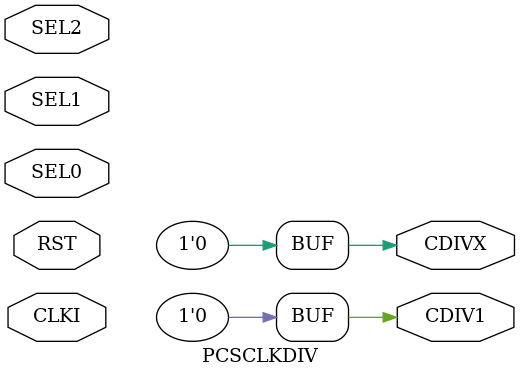
<source format=v>
module MULT18X18D(	// file.cleaned.mlir:2:3
  input  A0,	// file.cleaned.mlir:2:28
         A1,	// file.cleaned.mlir:2:41
         A2,	// file.cleaned.mlir:2:54
         A3,	// file.cleaned.mlir:2:67
         A4,	// file.cleaned.mlir:2:80
         A5,	// file.cleaned.mlir:2:93
         A6,	// file.cleaned.mlir:2:106
         A7,	// file.cleaned.mlir:2:119
         A8,	// file.cleaned.mlir:2:132
         A9,	// file.cleaned.mlir:2:145
         A10,	// file.cleaned.mlir:2:158
         A11,	// file.cleaned.mlir:2:172
         A12,	// file.cleaned.mlir:2:186
         A13,	// file.cleaned.mlir:2:200
         A14,	// file.cleaned.mlir:2:214
         A15,	// file.cleaned.mlir:2:228
         A16,	// file.cleaned.mlir:2:242
         A17,	// file.cleaned.mlir:2:256
         B0,	// file.cleaned.mlir:2:270
         B1,	// file.cleaned.mlir:2:283
         B2,	// file.cleaned.mlir:2:296
         B3,	// file.cleaned.mlir:2:309
         B4,	// file.cleaned.mlir:2:322
         B5,	// file.cleaned.mlir:2:335
         B6,	// file.cleaned.mlir:2:348
         B7,	// file.cleaned.mlir:2:361
         B8,	// file.cleaned.mlir:2:374
         B9,	// file.cleaned.mlir:2:387
         B10,	// file.cleaned.mlir:2:400
         B11,	// file.cleaned.mlir:2:414
         B12,	// file.cleaned.mlir:2:428
         B13,	// file.cleaned.mlir:2:442
         B14,	// file.cleaned.mlir:2:456
         B15,	// file.cleaned.mlir:2:470
         B16,	// file.cleaned.mlir:2:484
         B17,	// file.cleaned.mlir:2:498
         C0,	// file.cleaned.mlir:2:512
         C1,	// file.cleaned.mlir:2:525
         C2,	// file.cleaned.mlir:2:538
         C3,	// file.cleaned.mlir:2:551
         C4,	// file.cleaned.mlir:2:564
         C5,	// file.cleaned.mlir:2:577
         C6,	// file.cleaned.mlir:2:590
         C7,	// file.cleaned.mlir:2:603
         C8,	// file.cleaned.mlir:2:616
         C9,	// file.cleaned.mlir:2:629
         C10,	// file.cleaned.mlir:2:642
         C11,	// file.cleaned.mlir:2:656
         C12,	// file.cleaned.mlir:2:670
         C13,	// file.cleaned.mlir:2:684
         C14,	// file.cleaned.mlir:2:698
         C15,	// file.cleaned.mlir:2:712
         C16,	// file.cleaned.mlir:2:726
         C17,	// file.cleaned.mlir:2:740
         SIGNEDA,	// file.cleaned.mlir:2:754
         SIGNEDB,	// file.cleaned.mlir:2:772
         SOURCEA,	// file.cleaned.mlir:2:790
         SOURCEB,	// file.cleaned.mlir:2:808
         CLK0,	// file.cleaned.mlir:2:826
         CLK1,	// file.cleaned.mlir:2:841
         CLK2,	// file.cleaned.mlir:2:856
         CLK3,	// file.cleaned.mlir:2:871
         CE0,	// file.cleaned.mlir:2:886
         CE1,	// file.cleaned.mlir:2:900
         CE2,	// file.cleaned.mlir:2:914
         CE3,	// file.cleaned.mlir:2:928
         RST0,	// file.cleaned.mlir:2:942
         RST1,	// file.cleaned.mlir:2:957
         RST2,	// file.cleaned.mlir:2:972
         RST3,	// file.cleaned.mlir:2:987
         SRIA0,	// file.cleaned.mlir:2:1002
         SRIA1,	// file.cleaned.mlir:2:1018
         SRIA2,	// file.cleaned.mlir:2:1034
         SRIA3,	// file.cleaned.mlir:2:1050
         SRIA4,	// file.cleaned.mlir:2:1066
         SRIA5,	// file.cleaned.mlir:2:1082
         SRIA6,	// file.cleaned.mlir:2:1098
         SRIA7,	// file.cleaned.mlir:2:1114
         SRIA8,	// file.cleaned.mlir:2:1130
         SRIA9,	// file.cleaned.mlir:2:1146
         SRIA10,	// file.cleaned.mlir:2:1162
         SRIA11,	// file.cleaned.mlir:2:1179
         SRIA12,	// file.cleaned.mlir:2:1196
         SRIA13,	// file.cleaned.mlir:2:1213
         SRIA14,	// file.cleaned.mlir:2:1230
         SRIA15,	// file.cleaned.mlir:2:1247
         SRIA16,	// file.cleaned.mlir:2:1264
         SRIA17,	// file.cleaned.mlir:2:1281
         SRIB0,	// file.cleaned.mlir:2:1298
         SRIB1,	// file.cleaned.mlir:2:1314
         SRIB2,	// file.cleaned.mlir:2:1330
         SRIB3,	// file.cleaned.mlir:2:1346
         SRIB4,	// file.cleaned.mlir:2:1362
         SRIB5,	// file.cleaned.mlir:2:1378
         SRIB6,	// file.cleaned.mlir:2:1394
         SRIB7,	// file.cleaned.mlir:2:1410
         SRIB8,	// file.cleaned.mlir:2:1426
         SRIB9,	// file.cleaned.mlir:2:1442
         SRIB10,	// file.cleaned.mlir:2:1458
         SRIB11,	// file.cleaned.mlir:2:1475
         SRIB12,	// file.cleaned.mlir:2:1492
         SRIB13,	// file.cleaned.mlir:2:1509
         SRIB14,	// file.cleaned.mlir:2:1526
         SRIB15,	// file.cleaned.mlir:2:1543
         SRIB16,	// file.cleaned.mlir:2:1560
         SRIB17,	// file.cleaned.mlir:2:1577
  output SROA0,	// file.cleaned.mlir:2:1595
         SROA1,	// file.cleaned.mlir:2:1611
         SROA2,	// file.cleaned.mlir:2:1627
         SROA3,	// file.cleaned.mlir:2:1643
         SROA4,	// file.cleaned.mlir:2:1659
         SROA5,	// file.cleaned.mlir:2:1675
         SROA6,	// file.cleaned.mlir:2:1691
         SROA7,	// file.cleaned.mlir:2:1707
         SROA8,	// file.cleaned.mlir:2:1723
         SROA9,	// file.cleaned.mlir:2:1739
         SROA10,	// file.cleaned.mlir:2:1755
         SROA11,	// file.cleaned.mlir:2:1772
         SROA12,	// file.cleaned.mlir:2:1789
         SROA13,	// file.cleaned.mlir:2:1806
         SROA14,	// file.cleaned.mlir:2:1823
         SROA15,	// file.cleaned.mlir:2:1840
         SROA16,	// file.cleaned.mlir:2:1857
         SROA17,	// file.cleaned.mlir:2:1874
         SROB0,	// file.cleaned.mlir:2:1891
         SROB1,	// file.cleaned.mlir:2:1907
         SROB2,	// file.cleaned.mlir:2:1923
         SROB3,	// file.cleaned.mlir:2:1939
         SROB4,	// file.cleaned.mlir:2:1955
         SROB5,	// file.cleaned.mlir:2:1971
         SROB6,	// file.cleaned.mlir:2:1987
         SROB7,	// file.cleaned.mlir:2:2003
         SROB8,	// file.cleaned.mlir:2:2019
         SROB9,	// file.cleaned.mlir:2:2035
         SROB10,	// file.cleaned.mlir:2:2051
         SROB11,	// file.cleaned.mlir:2:2068
         SROB12,	// file.cleaned.mlir:2:2085
         SROB13,	// file.cleaned.mlir:2:2102
         SROB14,	// file.cleaned.mlir:2:2119
         SROB15,	// file.cleaned.mlir:2:2136
         SROB16,	// file.cleaned.mlir:2:2153
         SROB17,	// file.cleaned.mlir:2:2170
         ROA0,	// file.cleaned.mlir:2:2187
         ROA1,	// file.cleaned.mlir:2:2202
         ROA2,	// file.cleaned.mlir:2:2217
         ROA3,	// file.cleaned.mlir:2:2232
         ROA4,	// file.cleaned.mlir:2:2247
         ROA5,	// file.cleaned.mlir:2:2262
         ROA6,	// file.cleaned.mlir:2:2277
         ROA7,	// file.cleaned.mlir:2:2292
         ROA8,	// file.cleaned.mlir:2:2307
         ROA9,	// file.cleaned.mlir:2:2322
         ROA10,	// file.cleaned.mlir:2:2337
         ROA11,	// file.cleaned.mlir:2:2353
         ROA12,	// file.cleaned.mlir:2:2369
         ROA13,	// file.cleaned.mlir:2:2385
         ROA14,	// file.cleaned.mlir:2:2401
         ROA15,	// file.cleaned.mlir:2:2417
         ROA16,	// file.cleaned.mlir:2:2433
         ROA17,	// file.cleaned.mlir:2:2449
         ROB0,	// file.cleaned.mlir:2:2465
         ROB1,	// file.cleaned.mlir:2:2480
         ROB2,	// file.cleaned.mlir:2:2495
         ROB3,	// file.cleaned.mlir:2:2510
         ROB4,	// file.cleaned.mlir:2:2525
         ROB5,	// file.cleaned.mlir:2:2540
         ROB6,	// file.cleaned.mlir:2:2555
         ROB7,	// file.cleaned.mlir:2:2570
         ROB8,	// file.cleaned.mlir:2:2585
         ROB9,	// file.cleaned.mlir:2:2600
         ROB10,	// file.cleaned.mlir:2:2615
         ROB11,	// file.cleaned.mlir:2:2631
         ROB12,	// file.cleaned.mlir:2:2647
         ROB13,	// file.cleaned.mlir:2:2663
         ROB14,	// file.cleaned.mlir:2:2679
         ROB15,	// file.cleaned.mlir:2:2695
         ROB16,	// file.cleaned.mlir:2:2711
         ROB17,	// file.cleaned.mlir:2:2727
         ROC0,	// file.cleaned.mlir:2:2743
         ROC1,	// file.cleaned.mlir:2:2758
         ROC2,	// file.cleaned.mlir:2:2773
         ROC3,	// file.cleaned.mlir:2:2788
         ROC4,	// file.cleaned.mlir:2:2803
         ROC5,	// file.cleaned.mlir:2:2818
         ROC6,	// file.cleaned.mlir:2:2833
         ROC7,	// file.cleaned.mlir:2:2848
         ROC8,	// file.cleaned.mlir:2:2863
         ROC9,	// file.cleaned.mlir:2:2878
         ROC10,	// file.cleaned.mlir:2:2893
         ROC11,	// file.cleaned.mlir:2:2909
         ROC12,	// file.cleaned.mlir:2:2925
         ROC13,	// file.cleaned.mlir:2:2941
         ROC14,	// file.cleaned.mlir:2:2957
         ROC15,	// file.cleaned.mlir:2:2973
         ROC16,	// file.cleaned.mlir:2:2989
         ROC17,	// file.cleaned.mlir:2:3005
         P0,	// file.cleaned.mlir:2:3021
         P1,	// file.cleaned.mlir:2:3034
         P2,	// file.cleaned.mlir:2:3047
         P3,	// file.cleaned.mlir:2:3060
         P4,	// file.cleaned.mlir:2:3073
         P5,	// file.cleaned.mlir:2:3086
         P6,	// file.cleaned.mlir:2:3099
         P7,	// file.cleaned.mlir:2:3112
         P8,	// file.cleaned.mlir:2:3125
         P9,	// file.cleaned.mlir:2:3138
         P10,	// file.cleaned.mlir:2:3151
         P11,	// file.cleaned.mlir:2:3165
         P12,	// file.cleaned.mlir:2:3179
         P13,	// file.cleaned.mlir:2:3193
         P14,	// file.cleaned.mlir:2:3207
         P15,	// file.cleaned.mlir:2:3221
         P16,	// file.cleaned.mlir:2:3235
         P17,	// file.cleaned.mlir:2:3249
         P18,	// file.cleaned.mlir:2:3263
         P19,	// file.cleaned.mlir:2:3277
         P20,	// file.cleaned.mlir:2:3291
         P21,	// file.cleaned.mlir:2:3305
         P22,	// file.cleaned.mlir:2:3319
         P23,	// file.cleaned.mlir:2:3333
         P24,	// file.cleaned.mlir:2:3347
         P25,	// file.cleaned.mlir:2:3361
         P26,	// file.cleaned.mlir:2:3375
         P27,	// file.cleaned.mlir:2:3389
         P28,	// file.cleaned.mlir:2:3403
         P29,	// file.cleaned.mlir:2:3417
         P30,	// file.cleaned.mlir:2:3431
         P31,	// file.cleaned.mlir:2:3445
         P32,	// file.cleaned.mlir:2:3459
         P33,	// file.cleaned.mlir:2:3473
         P34,	// file.cleaned.mlir:2:3487
         P35,	// file.cleaned.mlir:2:3501
         SIGNEDP	// file.cleaned.mlir:2:3515
);

  assign SROA0 = 1'h0;	// file.cleaned.mlir:3:14, :4:5
  assign SROA1 = 1'h0;	// file.cleaned.mlir:3:14, :4:5
  assign SROA2 = 1'h0;	// file.cleaned.mlir:3:14, :4:5
  assign SROA3 = 1'h0;	// file.cleaned.mlir:3:14, :4:5
  assign SROA4 = 1'h0;	// file.cleaned.mlir:3:14, :4:5
  assign SROA5 = 1'h0;	// file.cleaned.mlir:3:14, :4:5
  assign SROA6 = 1'h0;	// file.cleaned.mlir:3:14, :4:5
  assign SROA7 = 1'h0;	// file.cleaned.mlir:3:14, :4:5
  assign SROA8 = 1'h0;	// file.cleaned.mlir:3:14, :4:5
  assign SROA9 = 1'h0;	// file.cleaned.mlir:3:14, :4:5
  assign SROA10 = 1'h0;	// file.cleaned.mlir:3:14, :4:5
  assign SROA11 = 1'h0;	// file.cleaned.mlir:3:14, :4:5
  assign SROA12 = 1'h0;	// file.cleaned.mlir:3:14, :4:5
  assign SROA13 = 1'h0;	// file.cleaned.mlir:3:14, :4:5
  assign SROA14 = 1'h0;	// file.cleaned.mlir:3:14, :4:5
  assign SROA15 = 1'h0;	// file.cleaned.mlir:3:14, :4:5
  assign SROA16 = 1'h0;	// file.cleaned.mlir:3:14, :4:5
  assign SROA17 = 1'h0;	// file.cleaned.mlir:3:14, :4:5
  assign SROB0 = 1'h0;	// file.cleaned.mlir:3:14, :4:5
  assign SROB1 = 1'h0;	// file.cleaned.mlir:3:14, :4:5
  assign SROB2 = 1'h0;	// file.cleaned.mlir:3:14, :4:5
  assign SROB3 = 1'h0;	// file.cleaned.mlir:3:14, :4:5
  assign SROB4 = 1'h0;	// file.cleaned.mlir:3:14, :4:5
  assign SROB5 = 1'h0;	// file.cleaned.mlir:3:14, :4:5
  assign SROB6 = 1'h0;	// file.cleaned.mlir:3:14, :4:5
  assign SROB7 = 1'h0;	// file.cleaned.mlir:3:14, :4:5
  assign SROB8 = 1'h0;	// file.cleaned.mlir:3:14, :4:5
  assign SROB9 = 1'h0;	// file.cleaned.mlir:3:14, :4:5
  assign SROB10 = 1'h0;	// file.cleaned.mlir:3:14, :4:5
  assign SROB11 = 1'h0;	// file.cleaned.mlir:3:14, :4:5
  assign SROB12 = 1'h0;	// file.cleaned.mlir:3:14, :4:5
  assign SROB13 = 1'h0;	// file.cleaned.mlir:3:14, :4:5
  assign SROB14 = 1'h0;	// file.cleaned.mlir:3:14, :4:5
  assign SROB15 = 1'h0;	// file.cleaned.mlir:3:14, :4:5
  assign SROB16 = 1'h0;	// file.cleaned.mlir:3:14, :4:5
  assign SROB17 = 1'h0;	// file.cleaned.mlir:3:14, :4:5
  assign ROA0 = 1'h0;	// file.cleaned.mlir:3:14, :4:5
  assign ROA1 = 1'h0;	// file.cleaned.mlir:3:14, :4:5
  assign ROA2 = 1'h0;	// file.cleaned.mlir:3:14, :4:5
  assign ROA3 = 1'h0;	// file.cleaned.mlir:3:14, :4:5
  assign ROA4 = 1'h0;	// file.cleaned.mlir:3:14, :4:5
  assign ROA5 = 1'h0;	// file.cleaned.mlir:3:14, :4:5
  assign ROA6 = 1'h0;	// file.cleaned.mlir:3:14, :4:5
  assign ROA7 = 1'h0;	// file.cleaned.mlir:3:14, :4:5
  assign ROA8 = 1'h0;	// file.cleaned.mlir:3:14, :4:5
  assign ROA9 = 1'h0;	// file.cleaned.mlir:3:14, :4:5
  assign ROA10 = 1'h0;	// file.cleaned.mlir:3:14, :4:5
  assign ROA11 = 1'h0;	// file.cleaned.mlir:3:14, :4:5
  assign ROA12 = 1'h0;	// file.cleaned.mlir:3:14, :4:5
  assign ROA13 = 1'h0;	// file.cleaned.mlir:3:14, :4:5
  assign ROA14 = 1'h0;	// file.cleaned.mlir:3:14, :4:5
  assign ROA15 = 1'h0;	// file.cleaned.mlir:3:14, :4:5
  assign ROA16 = 1'h0;	// file.cleaned.mlir:3:14, :4:5
  assign ROA17 = 1'h0;	// file.cleaned.mlir:3:14, :4:5
  assign ROB0 = 1'h0;	// file.cleaned.mlir:3:14, :4:5
  assign ROB1 = 1'h0;	// file.cleaned.mlir:3:14, :4:5
  assign ROB2 = 1'h0;	// file.cleaned.mlir:3:14, :4:5
  assign ROB3 = 1'h0;	// file.cleaned.mlir:3:14, :4:5
  assign ROB4 = 1'h0;	// file.cleaned.mlir:3:14, :4:5
  assign ROB5 = 1'h0;	// file.cleaned.mlir:3:14, :4:5
  assign ROB6 = 1'h0;	// file.cleaned.mlir:3:14, :4:5
  assign ROB7 = 1'h0;	// file.cleaned.mlir:3:14, :4:5
  assign ROB8 = 1'h0;	// file.cleaned.mlir:3:14, :4:5
  assign ROB9 = 1'h0;	// file.cleaned.mlir:3:14, :4:5
  assign ROB10 = 1'h0;	// file.cleaned.mlir:3:14, :4:5
  assign ROB11 = 1'h0;	// file.cleaned.mlir:3:14, :4:5
  assign ROB12 = 1'h0;	// file.cleaned.mlir:3:14, :4:5
  assign ROB13 = 1'h0;	// file.cleaned.mlir:3:14, :4:5
  assign ROB14 = 1'h0;	// file.cleaned.mlir:3:14, :4:5
  assign ROB15 = 1'h0;	// file.cleaned.mlir:3:14, :4:5
  assign ROB16 = 1'h0;	// file.cleaned.mlir:3:14, :4:5
  assign ROB17 = 1'h0;	// file.cleaned.mlir:3:14, :4:5
  assign ROC0 = 1'h0;	// file.cleaned.mlir:3:14, :4:5
  assign ROC1 = 1'h0;	// file.cleaned.mlir:3:14, :4:5
  assign ROC2 = 1'h0;	// file.cleaned.mlir:3:14, :4:5
  assign ROC3 = 1'h0;	// file.cleaned.mlir:3:14, :4:5
  assign ROC4 = 1'h0;	// file.cleaned.mlir:3:14, :4:5
  assign ROC5 = 1'h0;	// file.cleaned.mlir:3:14, :4:5
  assign ROC6 = 1'h0;	// file.cleaned.mlir:3:14, :4:5
  assign ROC7 = 1'h0;	// file.cleaned.mlir:3:14, :4:5
  assign ROC8 = 1'h0;	// file.cleaned.mlir:3:14, :4:5
  assign ROC9 = 1'h0;	// file.cleaned.mlir:3:14, :4:5
  assign ROC10 = 1'h0;	// file.cleaned.mlir:3:14, :4:5
  assign ROC11 = 1'h0;	// file.cleaned.mlir:3:14, :4:5
  assign ROC12 = 1'h0;	// file.cleaned.mlir:3:14, :4:5
  assign ROC13 = 1'h0;	// file.cleaned.mlir:3:14, :4:5
  assign ROC14 = 1'h0;	// file.cleaned.mlir:3:14, :4:5
  assign ROC15 = 1'h0;	// file.cleaned.mlir:3:14, :4:5
  assign ROC16 = 1'h0;	// file.cleaned.mlir:3:14, :4:5
  assign ROC17 = 1'h0;	// file.cleaned.mlir:3:14, :4:5
  assign P0 = 1'h0;	// file.cleaned.mlir:3:14, :4:5
  assign P1 = 1'h0;	// file.cleaned.mlir:3:14, :4:5
  assign P2 = 1'h0;	// file.cleaned.mlir:3:14, :4:5
  assign P3 = 1'h0;	// file.cleaned.mlir:3:14, :4:5
  assign P4 = 1'h0;	// file.cleaned.mlir:3:14, :4:5
  assign P5 = 1'h0;	// file.cleaned.mlir:3:14, :4:5
  assign P6 = 1'h0;	// file.cleaned.mlir:3:14, :4:5
  assign P7 = 1'h0;	// file.cleaned.mlir:3:14, :4:5
  assign P8 = 1'h0;	// file.cleaned.mlir:3:14, :4:5
  assign P9 = 1'h0;	// file.cleaned.mlir:3:14, :4:5
  assign P10 = 1'h0;	// file.cleaned.mlir:3:14, :4:5
  assign P11 = 1'h0;	// file.cleaned.mlir:3:14, :4:5
  assign P12 = 1'h0;	// file.cleaned.mlir:3:14, :4:5
  assign P13 = 1'h0;	// file.cleaned.mlir:3:14, :4:5
  assign P14 = 1'h0;	// file.cleaned.mlir:3:14, :4:5
  assign P15 = 1'h0;	// file.cleaned.mlir:3:14, :4:5
  assign P16 = 1'h0;	// file.cleaned.mlir:3:14, :4:5
  assign P17 = 1'h0;	// file.cleaned.mlir:3:14, :4:5
  assign P18 = 1'h0;	// file.cleaned.mlir:3:14, :4:5
  assign P19 = 1'h0;	// file.cleaned.mlir:3:14, :4:5
  assign P20 = 1'h0;	// file.cleaned.mlir:3:14, :4:5
  assign P21 = 1'h0;	// file.cleaned.mlir:3:14, :4:5
  assign P22 = 1'h0;	// file.cleaned.mlir:3:14, :4:5
  assign P23 = 1'h0;	// file.cleaned.mlir:3:14, :4:5
  assign P24 = 1'h0;	// file.cleaned.mlir:3:14, :4:5
  assign P25 = 1'h0;	// file.cleaned.mlir:3:14, :4:5
  assign P26 = 1'h0;	// file.cleaned.mlir:3:14, :4:5
  assign P27 = 1'h0;	// file.cleaned.mlir:3:14, :4:5
  assign P28 = 1'h0;	// file.cleaned.mlir:3:14, :4:5
  assign P29 = 1'h0;	// file.cleaned.mlir:3:14, :4:5
  assign P30 = 1'h0;	// file.cleaned.mlir:3:14, :4:5
  assign P31 = 1'h0;	// file.cleaned.mlir:3:14, :4:5
  assign P32 = 1'h0;	// file.cleaned.mlir:3:14, :4:5
  assign P33 = 1'h0;	// file.cleaned.mlir:3:14, :4:5
  assign P34 = 1'h0;	// file.cleaned.mlir:3:14, :4:5
  assign P35 = 1'h0;	// file.cleaned.mlir:3:14, :4:5
  assign SIGNEDP = 1'h0;	// file.cleaned.mlir:3:14, :4:5
endmodule

module ALU54B(	// file.cleaned.mlir:6:3
  input  CLK0,	// file.cleaned.mlir:6:24
         CLK1,	// file.cleaned.mlir:6:39
         CLK2,	// file.cleaned.mlir:6:54
         CLK3,	// file.cleaned.mlir:6:69
         CE0,	// file.cleaned.mlir:6:84
         CE1,	// file.cleaned.mlir:6:98
         CE2,	// file.cleaned.mlir:6:112
         CE3,	// file.cleaned.mlir:6:126
         RST0,	// file.cleaned.mlir:6:140
         RST1,	// file.cleaned.mlir:6:155
         RST2,	// file.cleaned.mlir:6:170
         RST3,	// file.cleaned.mlir:6:185
         SIGNEDIA,	// file.cleaned.mlir:6:200
         SIGNEDIB,	// file.cleaned.mlir:6:219
         SIGNEDCIN,	// file.cleaned.mlir:6:238
         A0,	// file.cleaned.mlir:6:258
         A1,	// file.cleaned.mlir:6:271
         A2,	// file.cleaned.mlir:6:284
         A3,	// file.cleaned.mlir:6:297
         A4,	// file.cleaned.mlir:6:310
         A5,	// file.cleaned.mlir:6:323
         A6,	// file.cleaned.mlir:6:336
         A7,	// file.cleaned.mlir:6:349
         A8,	// file.cleaned.mlir:6:362
         A9,	// file.cleaned.mlir:6:375
         A10,	// file.cleaned.mlir:6:388
         A11,	// file.cleaned.mlir:6:402
         A12,	// file.cleaned.mlir:6:416
         A13,	// file.cleaned.mlir:6:430
         A14,	// file.cleaned.mlir:6:444
         A15,	// file.cleaned.mlir:6:458
         A16,	// file.cleaned.mlir:6:472
         A17,	// file.cleaned.mlir:6:486
         A18,	// file.cleaned.mlir:6:500
         A19,	// file.cleaned.mlir:6:514
         A20,	// file.cleaned.mlir:6:528
         A21,	// file.cleaned.mlir:6:542
         A22,	// file.cleaned.mlir:6:556
         A23,	// file.cleaned.mlir:6:570
         A24,	// file.cleaned.mlir:6:584
         A25,	// file.cleaned.mlir:6:598
         A26,	// file.cleaned.mlir:6:612
         A27,	// file.cleaned.mlir:6:626
         A28,	// file.cleaned.mlir:6:640
         A29,	// file.cleaned.mlir:6:654
         A30,	// file.cleaned.mlir:6:668
         A31,	// file.cleaned.mlir:6:682
         A32,	// file.cleaned.mlir:6:696
         A33,	// file.cleaned.mlir:6:710
         A34,	// file.cleaned.mlir:6:724
         A35,	// file.cleaned.mlir:6:738
         B0,	// file.cleaned.mlir:6:752
         B1,	// file.cleaned.mlir:6:765
         B2,	// file.cleaned.mlir:6:778
         B3,	// file.cleaned.mlir:6:791
         B4,	// file.cleaned.mlir:6:804
         B5,	// file.cleaned.mlir:6:817
         B6,	// file.cleaned.mlir:6:830
         B7,	// file.cleaned.mlir:6:843
         B8,	// file.cleaned.mlir:6:856
         B9,	// file.cleaned.mlir:6:869
         B10,	// file.cleaned.mlir:6:882
         B11,	// file.cleaned.mlir:6:896
         B12,	// file.cleaned.mlir:6:910
         B13,	// file.cleaned.mlir:6:924
         B14,	// file.cleaned.mlir:6:938
         B15,	// file.cleaned.mlir:6:952
         B16,	// file.cleaned.mlir:6:966
         B17,	// file.cleaned.mlir:6:980
         B18,	// file.cleaned.mlir:6:994
         B19,	// file.cleaned.mlir:6:1008
         B20,	// file.cleaned.mlir:6:1022
         B21,	// file.cleaned.mlir:6:1036
         B22,	// file.cleaned.mlir:6:1050
         B23,	// file.cleaned.mlir:6:1064
         B24,	// file.cleaned.mlir:6:1078
         B25,	// file.cleaned.mlir:6:1092
         B26,	// file.cleaned.mlir:6:1106
         B27,	// file.cleaned.mlir:6:1120
         B28,	// file.cleaned.mlir:6:1134
         B29,	// file.cleaned.mlir:6:1148
         B30,	// file.cleaned.mlir:6:1162
         B31,	// file.cleaned.mlir:6:1176
         B32,	// file.cleaned.mlir:6:1190
         B33,	// file.cleaned.mlir:6:1204
         B34,	// file.cleaned.mlir:6:1218
         B35,	// file.cleaned.mlir:6:1232
         C0,	// file.cleaned.mlir:6:1246
         C1,	// file.cleaned.mlir:6:1259
         C2,	// file.cleaned.mlir:6:1272
         C3,	// file.cleaned.mlir:6:1285
         C4,	// file.cleaned.mlir:6:1298
         C5,	// file.cleaned.mlir:6:1311
         C6,	// file.cleaned.mlir:6:1324
         C7,	// file.cleaned.mlir:6:1337
         C8,	// file.cleaned.mlir:6:1350
         C9,	// file.cleaned.mlir:6:1363
         C10,	// file.cleaned.mlir:6:1376
         C11,	// file.cleaned.mlir:6:1390
         C12,	// file.cleaned.mlir:6:1404
         C13,	// file.cleaned.mlir:6:1418
         C14,	// file.cleaned.mlir:6:1432
         C15,	// file.cleaned.mlir:6:1446
         C16,	// file.cleaned.mlir:6:1460
         C17,	// file.cleaned.mlir:6:1474
         C18,	// file.cleaned.mlir:6:1488
         C19,	// file.cleaned.mlir:6:1502
         C20,	// file.cleaned.mlir:6:1516
         C21,	// file.cleaned.mlir:6:1530
         C22,	// file.cleaned.mlir:6:1544
         C23,	// file.cleaned.mlir:6:1558
         C24,	// file.cleaned.mlir:6:1572
         C25,	// file.cleaned.mlir:6:1586
         C26,	// file.cleaned.mlir:6:1600
         C27,	// file.cleaned.mlir:6:1614
         C28,	// file.cleaned.mlir:6:1628
         C29,	// file.cleaned.mlir:6:1642
         C30,	// file.cleaned.mlir:6:1656
         C31,	// file.cleaned.mlir:6:1670
         C32,	// file.cleaned.mlir:6:1684
         C33,	// file.cleaned.mlir:6:1698
         C34,	// file.cleaned.mlir:6:1712
         C35,	// file.cleaned.mlir:6:1726
         C36,	// file.cleaned.mlir:6:1740
         C37,	// file.cleaned.mlir:6:1754
         C38,	// file.cleaned.mlir:6:1768
         C39,	// file.cleaned.mlir:6:1782
         C40,	// file.cleaned.mlir:6:1796
         C41,	// file.cleaned.mlir:6:1810
         C42,	// file.cleaned.mlir:6:1824
         C43,	// file.cleaned.mlir:6:1838
         C44,	// file.cleaned.mlir:6:1852
         C45,	// file.cleaned.mlir:6:1866
         C46,	// file.cleaned.mlir:6:1880
         C47,	// file.cleaned.mlir:6:1894
         C48,	// file.cleaned.mlir:6:1908
         C49,	// file.cleaned.mlir:6:1922
         C50,	// file.cleaned.mlir:6:1936
         C51,	// file.cleaned.mlir:6:1950
         C52,	// file.cleaned.mlir:6:1964
         C53,	// file.cleaned.mlir:6:1978
         CFB0,	// file.cleaned.mlir:6:1992
         CFB1,	// file.cleaned.mlir:6:2007
         CFB2,	// file.cleaned.mlir:6:2022
         CFB3,	// file.cleaned.mlir:6:2037
         CFB4,	// file.cleaned.mlir:6:2052
         CFB5,	// file.cleaned.mlir:6:2067
         CFB6,	// file.cleaned.mlir:6:2082
         CFB7,	// file.cleaned.mlir:6:2097
         CFB8,	// file.cleaned.mlir:6:2112
         CFB9,	// file.cleaned.mlir:6:2127
         CFB10,	// file.cleaned.mlir:6:2142
         CFB11,	// file.cleaned.mlir:6:2158
         CFB12,	// file.cleaned.mlir:6:2174
         CFB13,	// file.cleaned.mlir:6:2190
         CFB14,	// file.cleaned.mlir:6:2206
         CFB15,	// file.cleaned.mlir:6:2222
         CFB16,	// file.cleaned.mlir:6:2238
         CFB17,	// file.cleaned.mlir:6:2254
         CFB18,	// file.cleaned.mlir:6:2270
         CFB19,	// file.cleaned.mlir:6:2286
         CFB20,	// file.cleaned.mlir:6:2302
         CFB21,	// file.cleaned.mlir:6:2318
         CFB22,	// file.cleaned.mlir:6:2334
         CFB23,	// file.cleaned.mlir:6:2350
         CFB24,	// file.cleaned.mlir:6:2366
         CFB25,	// file.cleaned.mlir:6:2382
         CFB26,	// file.cleaned.mlir:6:2398
         CFB27,	// file.cleaned.mlir:6:2414
         CFB28,	// file.cleaned.mlir:6:2430
         CFB29,	// file.cleaned.mlir:6:2446
         CFB30,	// file.cleaned.mlir:6:2462
         CFB31,	// file.cleaned.mlir:6:2478
         CFB32,	// file.cleaned.mlir:6:2494
         CFB33,	// file.cleaned.mlir:6:2510
         CFB34,	// file.cleaned.mlir:6:2526
         CFB35,	// file.cleaned.mlir:6:2542
         CFB36,	// file.cleaned.mlir:6:2558
         CFB37,	// file.cleaned.mlir:6:2574
         CFB38,	// file.cleaned.mlir:6:2590
         CFB39,	// file.cleaned.mlir:6:2606
         CFB40,	// file.cleaned.mlir:6:2622
         CFB41,	// file.cleaned.mlir:6:2638
         CFB42,	// file.cleaned.mlir:6:2654
         CFB43,	// file.cleaned.mlir:6:2670
         CFB44,	// file.cleaned.mlir:6:2686
         CFB45,	// file.cleaned.mlir:6:2702
         CFB46,	// file.cleaned.mlir:6:2718
         CFB47,	// file.cleaned.mlir:6:2734
         CFB48,	// file.cleaned.mlir:6:2750
         CFB49,	// file.cleaned.mlir:6:2766
         CFB50,	// file.cleaned.mlir:6:2782
         CFB51,	// file.cleaned.mlir:6:2798
         CFB52,	// file.cleaned.mlir:6:2814
         CFB53,	// file.cleaned.mlir:6:2830
         MA0,	// file.cleaned.mlir:6:2846
         MA1,	// file.cleaned.mlir:6:2860
         MA2,	// file.cleaned.mlir:6:2874
         MA3,	// file.cleaned.mlir:6:2888
         MA4,	// file.cleaned.mlir:6:2902
         MA5,	// file.cleaned.mlir:6:2916
         MA6,	// file.cleaned.mlir:6:2930
         MA7,	// file.cleaned.mlir:6:2944
         MA8,	// file.cleaned.mlir:6:2958
         MA9,	// file.cleaned.mlir:6:2972
         MA10,	// file.cleaned.mlir:6:2986
         MA11,	// file.cleaned.mlir:6:3001
         MA12,	// file.cleaned.mlir:6:3016
         MA13,	// file.cleaned.mlir:6:3031
         MA14,	// file.cleaned.mlir:6:3046
         MA15,	// file.cleaned.mlir:6:3061
         MA16,	// file.cleaned.mlir:6:3076
         MA17,	// file.cleaned.mlir:6:3091
         MA18,	// file.cleaned.mlir:6:3106
         MA19,	// file.cleaned.mlir:6:3121
         MA20,	// file.cleaned.mlir:6:3136
         MA21,	// file.cleaned.mlir:6:3151
         MA22,	// file.cleaned.mlir:6:3166
         MA23,	// file.cleaned.mlir:6:3181
         MA24,	// file.cleaned.mlir:6:3196
         MA25,	// file.cleaned.mlir:6:3211
         MA26,	// file.cleaned.mlir:6:3226
         MA27,	// file.cleaned.mlir:6:3241
         MA28,	// file.cleaned.mlir:6:3256
         MA29,	// file.cleaned.mlir:6:3271
         MA30,	// file.cleaned.mlir:6:3286
         MA31,	// file.cleaned.mlir:6:3301
         MA32,	// file.cleaned.mlir:6:3316
         MA33,	// file.cleaned.mlir:6:3331
         MA34,	// file.cleaned.mlir:6:3346
         MA35,	// file.cleaned.mlir:6:3361
         MB0,	// file.cleaned.mlir:6:3376
         MB1,	// file.cleaned.mlir:6:3390
         MB2,	// file.cleaned.mlir:6:3404
         MB3,	// file.cleaned.mlir:6:3418
         MB4,	// file.cleaned.mlir:6:3432
         MB5,	// file.cleaned.mlir:6:3446
         MB6,	// file.cleaned.mlir:6:3460
         MB7,	// file.cleaned.mlir:6:3474
         MB8,	// file.cleaned.mlir:6:3488
         MB9,	// file.cleaned.mlir:6:3502
         MB10,	// file.cleaned.mlir:6:3516
         MB11,	// file.cleaned.mlir:6:3531
         MB12,	// file.cleaned.mlir:6:3546
         MB13,	// file.cleaned.mlir:6:3561
         MB14,	// file.cleaned.mlir:6:3576
         MB15,	// file.cleaned.mlir:6:3591
         MB16,	// file.cleaned.mlir:6:3606
         MB17,	// file.cleaned.mlir:6:3621
         MB18,	// file.cleaned.mlir:6:3636
         MB19,	// file.cleaned.mlir:6:3651
         MB20,	// file.cleaned.mlir:6:3666
         MB21,	// file.cleaned.mlir:6:3681
         MB22,	// file.cleaned.mlir:6:3696
         MB23,	// file.cleaned.mlir:6:3711
         MB24,	// file.cleaned.mlir:6:3726
         MB25,	// file.cleaned.mlir:6:3741
         MB26,	// file.cleaned.mlir:6:3756
         MB27,	// file.cleaned.mlir:6:3771
         MB28,	// file.cleaned.mlir:6:3786
         MB29,	// file.cleaned.mlir:6:3801
         MB30,	// file.cleaned.mlir:6:3816
         MB31,	// file.cleaned.mlir:6:3831
         MB32,	// file.cleaned.mlir:6:3846
         MB33,	// file.cleaned.mlir:6:3861
         MB34,	// file.cleaned.mlir:6:3876
         MB35,	// file.cleaned.mlir:6:3891
         CIN0,	// file.cleaned.mlir:6:3906
         CIN1,	// file.cleaned.mlir:6:3921
         CIN2,	// file.cleaned.mlir:6:3936
         CIN3,	// file.cleaned.mlir:6:3951
         CIN4,	// file.cleaned.mlir:6:3966
         CIN5,	// file.cleaned.mlir:6:3981
         CIN6,	// file.cleaned.mlir:6:3996
         CIN7,	// file.cleaned.mlir:6:4011
         CIN8,	// file.cleaned.mlir:6:4026
         CIN9,	// file.cleaned.mlir:6:4041
         CIN10,	// file.cleaned.mlir:6:4056
         CIN11,	// file.cleaned.mlir:6:4072
         CIN12,	// file.cleaned.mlir:6:4088
         CIN13,	// file.cleaned.mlir:6:4104
         CIN14,	// file.cleaned.mlir:6:4120
         CIN15,	// file.cleaned.mlir:6:4136
         CIN16,	// file.cleaned.mlir:6:4152
         CIN17,	// file.cleaned.mlir:6:4168
         CIN18,	// file.cleaned.mlir:6:4184
         CIN19,	// file.cleaned.mlir:6:4200
         CIN20,	// file.cleaned.mlir:6:4216
         CIN21,	// file.cleaned.mlir:6:4232
         CIN22,	// file.cleaned.mlir:6:4248
         CIN23,	// file.cleaned.mlir:6:4264
         CIN24,	// file.cleaned.mlir:6:4280
         CIN25,	// file.cleaned.mlir:6:4296
         CIN26,	// file.cleaned.mlir:6:4312
         CIN27,	// file.cleaned.mlir:6:4328
         CIN28,	// file.cleaned.mlir:6:4344
         CIN29,	// file.cleaned.mlir:6:4360
         CIN30,	// file.cleaned.mlir:6:4376
         CIN31,	// file.cleaned.mlir:6:4392
         CIN32,	// file.cleaned.mlir:6:4408
         CIN33,	// file.cleaned.mlir:6:4424
         CIN34,	// file.cleaned.mlir:6:4440
         CIN35,	// file.cleaned.mlir:6:4456
         CIN36,	// file.cleaned.mlir:6:4472
         CIN37,	// file.cleaned.mlir:6:4488
         CIN38,	// file.cleaned.mlir:6:4504
         CIN39,	// file.cleaned.mlir:6:4520
         CIN40,	// file.cleaned.mlir:6:4536
         CIN41,	// file.cleaned.mlir:6:4552
         CIN42,	// file.cleaned.mlir:6:4568
         CIN43,	// file.cleaned.mlir:6:4584
         CIN44,	// file.cleaned.mlir:6:4600
         CIN45,	// file.cleaned.mlir:6:4616
         CIN46,	// file.cleaned.mlir:6:4632
         CIN47,	// file.cleaned.mlir:6:4648
         CIN48,	// file.cleaned.mlir:6:4664
         CIN49,	// file.cleaned.mlir:6:4680
         CIN50,	// file.cleaned.mlir:6:4696
         CIN51,	// file.cleaned.mlir:6:4712
         CIN52,	// file.cleaned.mlir:6:4728
         CIN53,	// file.cleaned.mlir:6:4744
         OP0,	// file.cleaned.mlir:6:4760
         OP1,	// file.cleaned.mlir:6:4774
         OP2,	// file.cleaned.mlir:6:4788
         OP3,	// file.cleaned.mlir:6:4802
         OP4,	// file.cleaned.mlir:6:4816
         OP5,	// file.cleaned.mlir:6:4830
         OP6,	// file.cleaned.mlir:6:4844
         OP7,	// file.cleaned.mlir:6:4858
         OP8,	// file.cleaned.mlir:6:4872
         OP9,	// file.cleaned.mlir:6:4886
         OP10,	// file.cleaned.mlir:6:4900
  output R0,	// file.cleaned.mlir:6:4916
         R1,	// file.cleaned.mlir:6:4929
         R2,	// file.cleaned.mlir:6:4942
         R3,	// file.cleaned.mlir:6:4955
         R4,	// file.cleaned.mlir:6:4968
         R5,	// file.cleaned.mlir:6:4981
         R6,	// file.cleaned.mlir:6:4994
         R7,	// file.cleaned.mlir:6:5007
         R8,	// file.cleaned.mlir:6:5020
         R9,	// file.cleaned.mlir:6:5033
         R10,	// file.cleaned.mlir:6:5046
         R11,	// file.cleaned.mlir:6:5060
         R12,	// file.cleaned.mlir:6:5074
         R13,	// file.cleaned.mlir:6:5088
         R14,	// file.cleaned.mlir:6:5102
         R15,	// file.cleaned.mlir:6:5116
         R16,	// file.cleaned.mlir:6:5130
         R17,	// file.cleaned.mlir:6:5144
         R18,	// file.cleaned.mlir:6:5158
         R19,	// file.cleaned.mlir:6:5172
         R20,	// file.cleaned.mlir:6:5186
         R21,	// file.cleaned.mlir:6:5200
         R22,	// file.cleaned.mlir:6:5214
         R23,	// file.cleaned.mlir:6:5228
         R24,	// file.cleaned.mlir:6:5242
         R25,	// file.cleaned.mlir:6:5256
         R26,	// file.cleaned.mlir:6:5270
         R27,	// file.cleaned.mlir:6:5284
         R28,	// file.cleaned.mlir:6:5298
         R29,	// file.cleaned.mlir:6:5312
         R30,	// file.cleaned.mlir:6:5326
         R31,	// file.cleaned.mlir:6:5340
         R32,	// file.cleaned.mlir:6:5354
         R33,	// file.cleaned.mlir:6:5368
         R34,	// file.cleaned.mlir:6:5382
         R35,	// file.cleaned.mlir:6:5396
         R36,	// file.cleaned.mlir:6:5410
         R37,	// file.cleaned.mlir:6:5424
         R38,	// file.cleaned.mlir:6:5438
         R39,	// file.cleaned.mlir:6:5452
         R40,	// file.cleaned.mlir:6:5466
         R41,	// file.cleaned.mlir:6:5480
         R42,	// file.cleaned.mlir:6:5494
         R43,	// file.cleaned.mlir:6:5508
         R44,	// file.cleaned.mlir:6:5522
         R45,	// file.cleaned.mlir:6:5536
         R46,	// file.cleaned.mlir:6:5550
         R47,	// file.cleaned.mlir:6:5564
         R48,	// file.cleaned.mlir:6:5578
         R49,	// file.cleaned.mlir:6:5592
         R50,	// file.cleaned.mlir:6:5606
         R51,	// file.cleaned.mlir:6:5620
         R52,	// file.cleaned.mlir:6:5634
         R53,	// file.cleaned.mlir:6:5648
         CO0,	// file.cleaned.mlir:6:5662
         CO1,	// file.cleaned.mlir:6:5676
         CO2,	// file.cleaned.mlir:6:5690
         CO3,	// file.cleaned.mlir:6:5704
         CO4,	// file.cleaned.mlir:6:5718
         CO5,	// file.cleaned.mlir:6:5732
         CO6,	// file.cleaned.mlir:6:5746
         CO7,	// file.cleaned.mlir:6:5760
         CO8,	// file.cleaned.mlir:6:5774
         CO9,	// file.cleaned.mlir:6:5788
         CO10,	// file.cleaned.mlir:6:5802
         CO11,	// file.cleaned.mlir:6:5817
         CO12,	// file.cleaned.mlir:6:5832
         CO13,	// file.cleaned.mlir:6:5847
         CO14,	// file.cleaned.mlir:6:5862
         CO15,	// file.cleaned.mlir:6:5877
         CO16,	// file.cleaned.mlir:6:5892
         CO17,	// file.cleaned.mlir:6:5907
         CO18,	// file.cleaned.mlir:6:5922
         CO19,	// file.cleaned.mlir:6:5937
         CO20,	// file.cleaned.mlir:6:5952
         CO21,	// file.cleaned.mlir:6:5967
         CO22,	// file.cleaned.mlir:6:5982
         CO23,	// file.cleaned.mlir:6:5997
         CO24,	// file.cleaned.mlir:6:6012
         CO25,	// file.cleaned.mlir:6:6027
         CO26,	// file.cleaned.mlir:6:6042
         CO27,	// file.cleaned.mlir:6:6057
         CO28,	// file.cleaned.mlir:6:6072
         CO29,	// file.cleaned.mlir:6:6087
         CO30,	// file.cleaned.mlir:6:6102
         CO31,	// file.cleaned.mlir:6:6117
         CO32,	// file.cleaned.mlir:6:6132
         CO33,	// file.cleaned.mlir:6:6147
         CO34,	// file.cleaned.mlir:6:6162
         CO35,	// file.cleaned.mlir:6:6177
         CO36,	// file.cleaned.mlir:6:6192
         CO37,	// file.cleaned.mlir:6:6207
         CO38,	// file.cleaned.mlir:6:6222
         CO39,	// file.cleaned.mlir:6:6237
         CO40,	// file.cleaned.mlir:6:6252
         CO41,	// file.cleaned.mlir:6:6267
         CO42,	// file.cleaned.mlir:6:6282
         CO43,	// file.cleaned.mlir:6:6297
         CO44,	// file.cleaned.mlir:6:6312
         CO45,	// file.cleaned.mlir:6:6327
         CO46,	// file.cleaned.mlir:6:6342
         CO47,	// file.cleaned.mlir:6:6357
         CO48,	// file.cleaned.mlir:6:6372
         CO49,	// file.cleaned.mlir:6:6387
         CO50,	// file.cleaned.mlir:6:6402
         CO51,	// file.cleaned.mlir:6:6417
         CO52,	// file.cleaned.mlir:6:6432
         CO53,	// file.cleaned.mlir:6:6447
         EQZ,	// file.cleaned.mlir:6:6462
         EQZM,	// file.cleaned.mlir:6:6476
         EQOM,	// file.cleaned.mlir:6:6491
         EQPAT,	// file.cleaned.mlir:6:6506
         EQPATB,	// file.cleaned.mlir:6:6522
         OVER,	// file.cleaned.mlir:6:6539
         UNDER,	// file.cleaned.mlir:6:6554
         OVERUNDER,	// file.cleaned.mlir:6:6570
         SIGNEDR	// file.cleaned.mlir:6:6590
);

  assign R0 = 1'h0;	// file.cleaned.mlir:7:14, :8:5
  assign R1 = 1'h0;	// file.cleaned.mlir:7:14, :8:5
  assign R2 = 1'h0;	// file.cleaned.mlir:7:14, :8:5
  assign R3 = 1'h0;	// file.cleaned.mlir:7:14, :8:5
  assign R4 = 1'h0;	// file.cleaned.mlir:7:14, :8:5
  assign R5 = 1'h0;	// file.cleaned.mlir:7:14, :8:5
  assign R6 = 1'h0;	// file.cleaned.mlir:7:14, :8:5
  assign R7 = 1'h0;	// file.cleaned.mlir:7:14, :8:5
  assign R8 = 1'h0;	// file.cleaned.mlir:7:14, :8:5
  assign R9 = 1'h0;	// file.cleaned.mlir:7:14, :8:5
  assign R10 = 1'h0;	// file.cleaned.mlir:7:14, :8:5
  assign R11 = 1'h0;	// file.cleaned.mlir:7:14, :8:5
  assign R12 = 1'h0;	// file.cleaned.mlir:7:14, :8:5
  assign R13 = 1'h0;	// file.cleaned.mlir:7:14, :8:5
  assign R14 = 1'h0;	// file.cleaned.mlir:7:14, :8:5
  assign R15 = 1'h0;	// file.cleaned.mlir:7:14, :8:5
  assign R16 = 1'h0;	// file.cleaned.mlir:7:14, :8:5
  assign R17 = 1'h0;	// file.cleaned.mlir:7:14, :8:5
  assign R18 = 1'h0;	// file.cleaned.mlir:7:14, :8:5
  assign R19 = 1'h0;	// file.cleaned.mlir:7:14, :8:5
  assign R20 = 1'h0;	// file.cleaned.mlir:7:14, :8:5
  assign R21 = 1'h0;	// file.cleaned.mlir:7:14, :8:5
  assign R22 = 1'h0;	// file.cleaned.mlir:7:14, :8:5
  assign R23 = 1'h0;	// file.cleaned.mlir:7:14, :8:5
  assign R24 = 1'h0;	// file.cleaned.mlir:7:14, :8:5
  assign R25 = 1'h0;	// file.cleaned.mlir:7:14, :8:5
  assign R26 = 1'h0;	// file.cleaned.mlir:7:14, :8:5
  assign R27 = 1'h0;	// file.cleaned.mlir:7:14, :8:5
  assign R28 = 1'h0;	// file.cleaned.mlir:7:14, :8:5
  assign R29 = 1'h0;	// file.cleaned.mlir:7:14, :8:5
  assign R30 = 1'h0;	// file.cleaned.mlir:7:14, :8:5
  assign R31 = 1'h0;	// file.cleaned.mlir:7:14, :8:5
  assign R32 = 1'h0;	// file.cleaned.mlir:7:14, :8:5
  assign R33 = 1'h0;	// file.cleaned.mlir:7:14, :8:5
  assign R34 = 1'h0;	// file.cleaned.mlir:7:14, :8:5
  assign R35 = 1'h0;	// file.cleaned.mlir:7:14, :8:5
  assign R36 = 1'h0;	// file.cleaned.mlir:7:14, :8:5
  assign R37 = 1'h0;	// file.cleaned.mlir:7:14, :8:5
  assign R38 = 1'h0;	// file.cleaned.mlir:7:14, :8:5
  assign R39 = 1'h0;	// file.cleaned.mlir:7:14, :8:5
  assign R40 = 1'h0;	// file.cleaned.mlir:7:14, :8:5
  assign R41 = 1'h0;	// file.cleaned.mlir:7:14, :8:5
  assign R42 = 1'h0;	// file.cleaned.mlir:7:14, :8:5
  assign R43 = 1'h0;	// file.cleaned.mlir:7:14, :8:5
  assign R44 = 1'h0;	// file.cleaned.mlir:7:14, :8:5
  assign R45 = 1'h0;	// file.cleaned.mlir:7:14, :8:5
  assign R46 = 1'h0;	// file.cleaned.mlir:7:14, :8:5
  assign R47 = 1'h0;	// file.cleaned.mlir:7:14, :8:5
  assign R48 = 1'h0;	// file.cleaned.mlir:7:14, :8:5
  assign R49 = 1'h0;	// file.cleaned.mlir:7:14, :8:5
  assign R50 = 1'h0;	// file.cleaned.mlir:7:14, :8:5
  assign R51 = 1'h0;	// file.cleaned.mlir:7:14, :8:5
  assign R52 = 1'h0;	// file.cleaned.mlir:7:14, :8:5
  assign R53 = 1'h0;	// file.cleaned.mlir:7:14, :8:5
  assign CO0 = 1'h0;	// file.cleaned.mlir:7:14, :8:5
  assign CO1 = 1'h0;	// file.cleaned.mlir:7:14, :8:5
  assign CO2 = 1'h0;	// file.cleaned.mlir:7:14, :8:5
  assign CO3 = 1'h0;	// file.cleaned.mlir:7:14, :8:5
  assign CO4 = 1'h0;	// file.cleaned.mlir:7:14, :8:5
  assign CO5 = 1'h0;	// file.cleaned.mlir:7:14, :8:5
  assign CO6 = 1'h0;	// file.cleaned.mlir:7:14, :8:5
  assign CO7 = 1'h0;	// file.cleaned.mlir:7:14, :8:5
  assign CO8 = 1'h0;	// file.cleaned.mlir:7:14, :8:5
  assign CO9 = 1'h0;	// file.cleaned.mlir:7:14, :8:5
  assign CO10 = 1'h0;	// file.cleaned.mlir:7:14, :8:5
  assign CO11 = 1'h0;	// file.cleaned.mlir:7:14, :8:5
  assign CO12 = 1'h0;	// file.cleaned.mlir:7:14, :8:5
  assign CO13 = 1'h0;	// file.cleaned.mlir:7:14, :8:5
  assign CO14 = 1'h0;	// file.cleaned.mlir:7:14, :8:5
  assign CO15 = 1'h0;	// file.cleaned.mlir:7:14, :8:5
  assign CO16 = 1'h0;	// file.cleaned.mlir:7:14, :8:5
  assign CO17 = 1'h0;	// file.cleaned.mlir:7:14, :8:5
  assign CO18 = 1'h0;	// file.cleaned.mlir:7:14, :8:5
  assign CO19 = 1'h0;	// file.cleaned.mlir:7:14, :8:5
  assign CO20 = 1'h0;	// file.cleaned.mlir:7:14, :8:5
  assign CO21 = 1'h0;	// file.cleaned.mlir:7:14, :8:5
  assign CO22 = 1'h0;	// file.cleaned.mlir:7:14, :8:5
  assign CO23 = 1'h0;	// file.cleaned.mlir:7:14, :8:5
  assign CO24 = 1'h0;	// file.cleaned.mlir:7:14, :8:5
  assign CO25 = 1'h0;	// file.cleaned.mlir:7:14, :8:5
  assign CO26 = 1'h0;	// file.cleaned.mlir:7:14, :8:5
  assign CO27 = 1'h0;	// file.cleaned.mlir:7:14, :8:5
  assign CO28 = 1'h0;	// file.cleaned.mlir:7:14, :8:5
  assign CO29 = 1'h0;	// file.cleaned.mlir:7:14, :8:5
  assign CO30 = 1'h0;	// file.cleaned.mlir:7:14, :8:5
  assign CO31 = 1'h0;	// file.cleaned.mlir:7:14, :8:5
  assign CO32 = 1'h0;	// file.cleaned.mlir:7:14, :8:5
  assign CO33 = 1'h0;	// file.cleaned.mlir:7:14, :8:5
  assign CO34 = 1'h0;	// file.cleaned.mlir:7:14, :8:5
  assign CO35 = 1'h0;	// file.cleaned.mlir:7:14, :8:5
  assign CO36 = 1'h0;	// file.cleaned.mlir:7:14, :8:5
  assign CO37 = 1'h0;	// file.cleaned.mlir:7:14, :8:5
  assign CO38 = 1'h0;	// file.cleaned.mlir:7:14, :8:5
  assign CO39 = 1'h0;	// file.cleaned.mlir:7:14, :8:5
  assign CO40 = 1'h0;	// file.cleaned.mlir:7:14, :8:5
  assign CO41 = 1'h0;	// file.cleaned.mlir:7:14, :8:5
  assign CO42 = 1'h0;	// file.cleaned.mlir:7:14, :8:5
  assign CO43 = 1'h0;	// file.cleaned.mlir:7:14, :8:5
  assign CO44 = 1'h0;	// file.cleaned.mlir:7:14, :8:5
  assign CO45 = 1'h0;	// file.cleaned.mlir:7:14, :8:5
  assign CO46 = 1'h0;	// file.cleaned.mlir:7:14, :8:5
  assign CO47 = 1'h0;	// file.cleaned.mlir:7:14, :8:5
  assign CO48 = 1'h0;	// file.cleaned.mlir:7:14, :8:5
  assign CO49 = 1'h0;	// file.cleaned.mlir:7:14, :8:5
  assign CO50 = 1'h0;	// file.cleaned.mlir:7:14, :8:5
  assign CO51 = 1'h0;	// file.cleaned.mlir:7:14, :8:5
  assign CO52 = 1'h0;	// file.cleaned.mlir:7:14, :8:5
  assign CO53 = 1'h0;	// file.cleaned.mlir:7:14, :8:5
  assign EQZ = 1'h0;	// file.cleaned.mlir:7:14, :8:5
  assign EQZM = 1'h0;	// file.cleaned.mlir:7:14, :8:5
  assign EQOM = 1'h0;	// file.cleaned.mlir:7:14, :8:5
  assign EQPAT = 1'h0;	// file.cleaned.mlir:7:14, :8:5
  assign EQPATB = 1'h0;	// file.cleaned.mlir:7:14, :8:5
  assign OVER = 1'h0;	// file.cleaned.mlir:7:14, :8:5
  assign UNDER = 1'h0;	// file.cleaned.mlir:7:14, :8:5
  assign OVERUNDER = 1'h0;	// file.cleaned.mlir:7:14, :8:5
  assign SIGNEDR = 1'h0;	// file.cleaned.mlir:7:14, :8:5
endmodule

module EHXPLLL(	// file.cleaned.mlir:10:3
  input  CLKI,	// file.cleaned.mlir:10:25
         CLKFB,	// file.cleaned.mlir:10:40
         PHASESEL1,	// file.cleaned.mlir:10:56
         PHASESEL0,	// file.cleaned.mlir:10:76
         PHASEDIR,	// file.cleaned.mlir:10:96
         PHASESTEP,	// file.cleaned.mlir:10:115
         PHASELOADREG,	// file.cleaned.mlir:10:135
         STDBY,	// file.cleaned.mlir:10:158
         PLLWAKESYNC,	// file.cleaned.mlir:10:174
         RST,	// file.cleaned.mlir:10:196
         ENCLKOP,	// file.cleaned.mlir:10:210
         ENCLKOS,	// file.cleaned.mlir:10:228
         ENCLKOS2,	// file.cleaned.mlir:10:246
         ENCLKOS3,	// file.cleaned.mlir:10:265
  output CLKOP,	// file.cleaned.mlir:10:285
         CLKOS,	// file.cleaned.mlir:10:301
         CLKOS2,	// file.cleaned.mlir:10:317
         CLKOS3,	// file.cleaned.mlir:10:334
         LOCK,	// file.cleaned.mlir:10:351
         INTLOCK,	// file.cleaned.mlir:10:366
         REFCLK,	// file.cleaned.mlir:10:384
         CLKINTFB	// file.cleaned.mlir:10:401
);

  assign CLKOP = 1'h0;	// file.cleaned.mlir:11:14, :12:5
  assign CLKOS = 1'h0;	// file.cleaned.mlir:11:14, :12:5
  assign CLKOS2 = 1'h0;	// file.cleaned.mlir:11:14, :12:5
  assign CLKOS3 = 1'h0;	// file.cleaned.mlir:11:14, :12:5
  assign LOCK = 1'h0;	// file.cleaned.mlir:11:14, :12:5
  assign INTLOCK = 1'h0;	// file.cleaned.mlir:11:14, :12:5
  assign REFCLK = 1'h0;	// file.cleaned.mlir:11:14, :12:5
  assign CLKINTFB = 1'h0;	// file.cleaned.mlir:11:14, :12:5
endmodule

module DTR(	// file.cleaned.mlir:14:3
  input  STARTPULSE,	// file.cleaned.mlir:14:21
  output DTROUT7,	// file.cleaned.mlir:14:43
         DTROUT6,	// file.cleaned.mlir:14:61
         DTROUT5,	// file.cleaned.mlir:14:79
         DTROUT4,	// file.cleaned.mlir:14:97
         DTROUT3,	// file.cleaned.mlir:14:115
         DTROUT2,	// file.cleaned.mlir:14:133
         DTROUT1,	// file.cleaned.mlir:14:151
         DTROUT0	// file.cleaned.mlir:14:169
);

  assign DTROUT7 = 1'h0;	// file.cleaned.mlir:15:14, :16:5
  assign DTROUT6 = 1'h0;	// file.cleaned.mlir:15:14, :16:5
  assign DTROUT5 = 1'h0;	// file.cleaned.mlir:15:14, :16:5
  assign DTROUT4 = 1'h0;	// file.cleaned.mlir:15:14, :16:5
  assign DTROUT3 = 1'h0;	// file.cleaned.mlir:15:14, :16:5
  assign DTROUT2 = 1'h0;	// file.cleaned.mlir:15:14, :16:5
  assign DTROUT1 = 1'h0;	// file.cleaned.mlir:15:14, :16:5
  assign DTROUT0 = 1'h0;	// file.cleaned.mlir:15:14, :16:5
endmodule

module OSCG(	// file.cleaned.mlir:18:3
  output OSC	// file.cleaned.mlir:18:23
);

  assign OSC = 1'h0;	// file.cleaned.mlir:19:14, :20:5
endmodule

module USRMCLK(	// file.cleaned.mlir:22:3
  input  USRMCLKI,	// file.cleaned.mlir:22:25
         USRMCLKTS,	// file.cleaned.mlir:22:44
  output USRMCLKO	// file.cleaned.mlir:22:65
);

  assign USRMCLKO = 1'h0;	// file.cleaned.mlir:23:14, :24:5
endmodule

module JTAGG(	// file.cleaned.mlir:26:3
  input  TCK,	// file.cleaned.mlir:26:23
         TMS,	// file.cleaned.mlir:26:37
         TDI,	// file.cleaned.mlir:26:51
         JTDO2,	// file.cleaned.mlir:26:65
         JTDO1,	// file.cleaned.mlir:26:81
  output TDO,	// file.cleaned.mlir:26:98
         JTDI,	// file.cleaned.mlir:26:112
         JTCK,	// file.cleaned.mlir:26:127
         JRTI2,	// file.cleaned.mlir:26:142
         JRTI1,	// file.cleaned.mlir:26:158
         JSHIFT,	// file.cleaned.mlir:26:174
         JUPDATE,	// file.cleaned.mlir:26:191
         JRSTN,	// file.cleaned.mlir:26:209
         JCE2,	// file.cleaned.mlir:26:225
         JCE1	// file.cleaned.mlir:26:240
);

  assign TDO = 1'h0;	// file.cleaned.mlir:27:14, :28:5
  assign JTDI = 1'h0;	// file.cleaned.mlir:27:14, :28:5
  assign JTCK = 1'h0;	// file.cleaned.mlir:27:14, :28:5
  assign JRTI2 = 1'h0;	// file.cleaned.mlir:27:14, :28:5
  assign JRTI1 = 1'h0;	// file.cleaned.mlir:27:14, :28:5
  assign JSHIFT = 1'h0;	// file.cleaned.mlir:27:14, :28:5
  assign JUPDATE = 1'h0;	// file.cleaned.mlir:27:14, :28:5
  assign JRSTN = 1'h0;	// file.cleaned.mlir:27:14, :28:5
  assign JCE2 = 1'h0;	// file.cleaned.mlir:27:14, :28:5
  assign JCE1 = 1'h0;	// file.cleaned.mlir:27:14, :28:5
endmodule

module DELAYF(	// file.cleaned.mlir:30:3
  input  A,	// file.cleaned.mlir:30:24
         LOADN,	// file.cleaned.mlir:30:36
         MOVE,	// file.cleaned.mlir:30:52
         DIRECTION,	// file.cleaned.mlir:30:67
  output Z,	// file.cleaned.mlir:30:88
         CFLAG	// file.cleaned.mlir:30:100
);

  assign Z = 1'h0;	// file.cleaned.mlir:31:14, :32:5
  assign CFLAG = 1'h0;	// file.cleaned.mlir:31:14, :32:5
endmodule

module DELAYG(	// file.cleaned.mlir:34:3
  input  A,	// file.cleaned.mlir:34:24
  output Z	// file.cleaned.mlir:34:37
);

  assign Z = 1'h0;	// file.cleaned.mlir:35:14, :36:5
endmodule

module IDDRX1F(	// file.cleaned.mlir:38:3
  input  D,	// file.cleaned.mlir:38:25
         SCLK,	// file.cleaned.mlir:38:37
         RST,	// file.cleaned.mlir:38:52
  output Q0,	// file.cleaned.mlir:38:67
         Q1	// file.cleaned.mlir:38:80
);

  assign Q0 = 1'h0;	// file.cleaned.mlir:39:14, :40:5
  assign Q1 = 1'h0;	// file.cleaned.mlir:39:14, :40:5
endmodule

module IDDRX2F(	// file.cleaned.mlir:42:3
  input  D,	// file.cleaned.mlir:42:25
         SCLK,	// file.cleaned.mlir:42:37
         ECLK,	// file.cleaned.mlir:42:52
         RST,	// file.cleaned.mlir:42:67
  output Q0,	// file.cleaned.mlir:42:82
         Q1,	// file.cleaned.mlir:42:95
         Q2,	// file.cleaned.mlir:42:108
         Q3	// file.cleaned.mlir:42:121
);

  assign Q0 = 1'h0;	// file.cleaned.mlir:43:14, :44:5
  assign Q1 = 1'h0;	// file.cleaned.mlir:43:14, :44:5
  assign Q2 = 1'h0;	// file.cleaned.mlir:43:14, :44:5
  assign Q3 = 1'h0;	// file.cleaned.mlir:43:14, :44:5
endmodule

module IDDR71B(	// file.cleaned.mlir:46:3
  input  D,	// file.cleaned.mlir:46:25
         SCLK,	// file.cleaned.mlir:46:37
         ECLK,	// file.cleaned.mlir:46:52
         RST,	// file.cleaned.mlir:46:67
         ALIGNWD,	// file.cleaned.mlir:46:81
  output Q0,	// file.cleaned.mlir:46:100
         Q1,	// file.cleaned.mlir:46:113
         Q2,	// file.cleaned.mlir:46:126
         Q3,	// file.cleaned.mlir:46:139
         Q4,	// file.cleaned.mlir:46:152
         Q5,	// file.cleaned.mlir:46:165
         Q6	// file.cleaned.mlir:46:178
);

  assign Q0 = 1'h0;	// file.cleaned.mlir:47:14, :48:5
  assign Q1 = 1'h0;	// file.cleaned.mlir:47:14, :48:5
  assign Q2 = 1'h0;	// file.cleaned.mlir:47:14, :48:5
  assign Q3 = 1'h0;	// file.cleaned.mlir:47:14, :48:5
  assign Q4 = 1'h0;	// file.cleaned.mlir:47:14, :48:5
  assign Q5 = 1'h0;	// file.cleaned.mlir:47:14, :48:5
  assign Q6 = 1'h0;	// file.cleaned.mlir:47:14, :48:5
endmodule

module IDDRX2DQA(	// file.cleaned.mlir:50:3
  input  D,	// file.cleaned.mlir:50:27
         DQSR90,	// file.cleaned.mlir:50:39
         ECLK,	// file.cleaned.mlir:50:56
         SCLK,	// file.cleaned.mlir:50:71
         RST,	// file.cleaned.mlir:50:86
         RDPNTR2,	// file.cleaned.mlir:50:100
         RDPNTR1,	// file.cleaned.mlir:50:118
         RDPNTR0,	// file.cleaned.mlir:50:136
         WRPNTR2,	// file.cleaned.mlir:50:154
         WRPNTR1,	// file.cleaned.mlir:50:172
         WRPNTR0,	// file.cleaned.mlir:50:190
  output Q0,	// file.cleaned.mlir:50:209
         Q1,	// file.cleaned.mlir:50:222
         Q2,	// file.cleaned.mlir:50:235
         Q3,	// file.cleaned.mlir:50:248
         QWL	// file.cleaned.mlir:50:261
);

  assign Q0 = 1'h0;	// file.cleaned.mlir:51:14, :52:5
  assign Q1 = 1'h0;	// file.cleaned.mlir:51:14, :52:5
  assign Q2 = 1'h0;	// file.cleaned.mlir:51:14, :52:5
  assign Q3 = 1'h0;	// file.cleaned.mlir:51:14, :52:5
  assign QWL = 1'h0;	// file.cleaned.mlir:51:14, :52:5
endmodule

module ODDRX1F(	// file.cleaned.mlir:54:3
  input  SCLK,	// file.cleaned.mlir:54:25
         RST,	// file.cleaned.mlir:54:40
         D0,	// file.cleaned.mlir:54:54
         D1,	// file.cleaned.mlir:54:67
  output Q	// file.cleaned.mlir:54:81
);

  assign Q = 1'h0;	// file.cleaned.mlir:55:14, :56:5
endmodule

module ODDRX2F(	// file.cleaned.mlir:58:3
  input  SCLK,	// file.cleaned.mlir:58:25
         ECLK,	// file.cleaned.mlir:58:40
         RST,	// file.cleaned.mlir:58:55
         D0,	// file.cleaned.mlir:58:69
         D1,	// file.cleaned.mlir:58:82
         D2,	// file.cleaned.mlir:58:95
         D3,	// file.cleaned.mlir:58:108
  output Q	// file.cleaned.mlir:58:122
);

  assign Q = 1'h0;	// file.cleaned.mlir:59:14, :60:5
endmodule

module ODDR71B(	// file.cleaned.mlir:62:3
  input  SCLK,	// file.cleaned.mlir:62:25
         ECLK,	// file.cleaned.mlir:62:40
         RST,	// file.cleaned.mlir:62:55
         D0,	// file.cleaned.mlir:62:69
         D1,	// file.cleaned.mlir:62:82
         D2,	// file.cleaned.mlir:62:95
         D3,	// file.cleaned.mlir:62:108
         D4,	// file.cleaned.mlir:62:121
         D5,	// file.cleaned.mlir:62:134
         D6,	// file.cleaned.mlir:62:147
  output Q	// file.cleaned.mlir:62:161
);

  assign Q = 1'h0;	// file.cleaned.mlir:63:14, :64:5
endmodule

module OSHX2A(	// file.cleaned.mlir:66:3
  input  D0,	// file.cleaned.mlir:66:24
         D1,	// file.cleaned.mlir:66:37
         RST,	// file.cleaned.mlir:66:50
         ECLK,	// file.cleaned.mlir:66:64
         SCLK,	// file.cleaned.mlir:66:79
  output Q	// file.cleaned.mlir:66:95
);

  assign Q = 1'h0;	// file.cleaned.mlir:67:14, :68:5
endmodule

module ODDRX2DQA(	// file.cleaned.mlir:70:3
  input  D0,	// file.cleaned.mlir:70:27
         D1,	// file.cleaned.mlir:70:40
         D2,	// file.cleaned.mlir:70:53
         D3,	// file.cleaned.mlir:70:66
         RST,	// file.cleaned.mlir:70:79
         ECLK,	// file.cleaned.mlir:70:93
         SCLK,	// file.cleaned.mlir:70:108
         DQSW270,	// file.cleaned.mlir:70:123
  output Q	// file.cleaned.mlir:70:142
);

  assign Q = 1'h0;	// file.cleaned.mlir:71:14, :72:5
endmodule

module ODDRX2DQSB(	// file.cleaned.mlir:74:3
  input  D0,	// file.cleaned.mlir:74:28
         D1,	// file.cleaned.mlir:74:41
         D2,	// file.cleaned.mlir:74:54
         D3,	// file.cleaned.mlir:74:67
         RST,	// file.cleaned.mlir:74:80
         ECLK,	// file.cleaned.mlir:74:94
         SCLK,	// file.cleaned.mlir:74:109
         DQSW,	// file.cleaned.mlir:74:124
  output Q	// file.cleaned.mlir:74:140
);

  assign Q = 1'h0;	// file.cleaned.mlir:75:14, :76:5
endmodule

module TSHX2DQA(	// file.cleaned.mlir:78:3
  input  T0,	// file.cleaned.mlir:78:26
         T1,	// file.cleaned.mlir:78:39
         SCLK,	// file.cleaned.mlir:78:52
         ECLK,	// file.cleaned.mlir:78:67
         DQSW270,	// file.cleaned.mlir:78:82
         RST,	// file.cleaned.mlir:78:100
  output Q	// file.cleaned.mlir:78:115
);

  assign Q = 1'h0;	// file.cleaned.mlir:79:14, :80:5
endmodule

module TSHX2DQSA(	// file.cleaned.mlir:82:3
  input  T0,	// file.cleaned.mlir:82:27
         T1,	// file.cleaned.mlir:82:40
         SCLK,	// file.cleaned.mlir:82:53
         ECLK,	// file.cleaned.mlir:82:68
         DQSW,	// file.cleaned.mlir:82:83
         RST,	// file.cleaned.mlir:82:98
  output Q	// file.cleaned.mlir:82:113
);

  assign Q = 1'h0;	// file.cleaned.mlir:83:14, :84:5
endmodule

module DQSBUFM(	// file.cleaned.mlir:86:3
  input  DQSI,	// file.cleaned.mlir:86:25
         READ1,	// file.cleaned.mlir:86:40
         READ0,	// file.cleaned.mlir:86:56
         READCLKSEL2,	// file.cleaned.mlir:86:72
         READCLKSEL1,	// file.cleaned.mlir:86:94
         READCLKSEL0,	// file.cleaned.mlir:86:116
         DDRDEL,	// file.cleaned.mlir:86:138
         ECLK,	// file.cleaned.mlir:86:155
         SCLK,	// file.cleaned.mlir:86:170
         DYNDELAY7,	// file.cleaned.mlir:86:185
         DYNDELAY6,	// file.cleaned.mlir:86:205
         DYNDELAY5,	// file.cleaned.mlir:86:225
         DYNDELAY4,	// file.cleaned.mlir:86:245
         DYNDELAY3,	// file.cleaned.mlir:86:265
         DYNDELAY2,	// file.cleaned.mlir:86:285
         DYNDELAY1,	// file.cleaned.mlir:86:305
         DYNDELAY0,	// file.cleaned.mlir:86:325
         RST,	// file.cleaned.mlir:86:345
         RDLOADN,	// file.cleaned.mlir:86:359
         RDMOVE,	// file.cleaned.mlir:86:377
         RDDIRECTION,	// file.cleaned.mlir:86:394
         WRLOADN,	// file.cleaned.mlir:86:416
         WRMOVE,	// file.cleaned.mlir:86:434
         WRDIRECTION,	// file.cleaned.mlir:86:451
         PAUSE,	// file.cleaned.mlir:86:473
  output DQSR90,	// file.cleaned.mlir:86:490
         DQSW,	// file.cleaned.mlir:86:507
         DQSW270,	// file.cleaned.mlir:86:522
         RDPNTR2,	// file.cleaned.mlir:86:540
         RDPNTR1,	// file.cleaned.mlir:86:558
         RDPNTR0,	// file.cleaned.mlir:86:576
         WRPNTR2,	// file.cleaned.mlir:86:594
         WRPNTR1,	// file.cleaned.mlir:86:612
         WRPNTR0,	// file.cleaned.mlir:86:630
         DATAVALID,	// file.cleaned.mlir:86:648
         BURSTDET,	// file.cleaned.mlir:86:668
         RDCFLAG,	// file.cleaned.mlir:86:687
         WRCFLAG	// file.cleaned.mlir:86:705
);

  assign DQSR90 = 1'h0;	// file.cleaned.mlir:87:14, :88:5
  assign DQSW = 1'h0;	// file.cleaned.mlir:87:14, :88:5
  assign DQSW270 = 1'h0;	// file.cleaned.mlir:87:14, :88:5
  assign RDPNTR2 = 1'h0;	// file.cleaned.mlir:87:14, :88:5
  assign RDPNTR1 = 1'h0;	// file.cleaned.mlir:87:14, :88:5
  assign RDPNTR0 = 1'h0;	// file.cleaned.mlir:87:14, :88:5
  assign WRPNTR2 = 1'h0;	// file.cleaned.mlir:87:14, :88:5
  assign WRPNTR1 = 1'h0;	// file.cleaned.mlir:87:14, :88:5
  assign WRPNTR0 = 1'h0;	// file.cleaned.mlir:87:14, :88:5
  assign DATAVALID = 1'h0;	// file.cleaned.mlir:87:14, :88:5
  assign BURSTDET = 1'h0;	// file.cleaned.mlir:87:14, :88:5
  assign RDCFLAG = 1'h0;	// file.cleaned.mlir:87:14, :88:5
  assign WRCFLAG = 1'h0;	// file.cleaned.mlir:87:14, :88:5
endmodule

module DDRDLLA(	// file.cleaned.mlir:90:3
  input  CLK,	// file.cleaned.mlir:90:25
         RST,	// file.cleaned.mlir:90:39
         UDDCNTLN,	// file.cleaned.mlir:90:53
         FREEZE,	// file.cleaned.mlir:90:72
  output LOCK,	// file.cleaned.mlir:90:90
         DDRDEL,	// file.cleaned.mlir:90:105
         DCNTL7,	// file.cleaned.mlir:90:122
         DCNTL6,	// file.cleaned.mlir:90:139
         DCNTL5,	// file.cleaned.mlir:90:156
         DCNTL4,	// file.cleaned.mlir:90:173
         DCNTL3,	// file.cleaned.mlir:90:190
         DCNTL2,	// file.cleaned.mlir:90:207
         DCNTL1,	// file.cleaned.mlir:90:224
         DCNTL0	// file.cleaned.mlir:90:241
);

  assign LOCK = 1'h0;	// file.cleaned.mlir:91:14, :92:5
  assign DDRDEL = 1'h0;	// file.cleaned.mlir:91:14, :92:5
  assign DCNTL7 = 1'h0;	// file.cleaned.mlir:91:14, :92:5
  assign DCNTL6 = 1'h0;	// file.cleaned.mlir:91:14, :92:5
  assign DCNTL5 = 1'h0;	// file.cleaned.mlir:91:14, :92:5
  assign DCNTL4 = 1'h0;	// file.cleaned.mlir:91:14, :92:5
  assign DCNTL3 = 1'h0;	// file.cleaned.mlir:91:14, :92:5
  assign DCNTL2 = 1'h0;	// file.cleaned.mlir:91:14, :92:5
  assign DCNTL1 = 1'h0;	// file.cleaned.mlir:91:14, :92:5
  assign DCNTL0 = 1'h0;	// file.cleaned.mlir:91:14, :92:5
endmodule

module CLKDIVF(	// file.cleaned.mlir:94:3
  input  CLKI,	// file.cleaned.mlir:94:25
         RST,	// file.cleaned.mlir:94:40
         ALIGNWD,	// file.cleaned.mlir:94:54
  output CDIVX	// file.cleaned.mlir:94:73
);

  assign CDIVX = 1'h0;	// file.cleaned.mlir:95:14, :96:5
endmodule

module ECLKSYNCB(	// file.cleaned.mlir:98:3
  input  ECLKI,	// file.cleaned.mlir:98:27
         STOP,	// file.cleaned.mlir:98:43
  output ECLKO	// file.cleaned.mlir:98:59
);

  assign ECLKO = 1'h0;	// file.cleaned.mlir:99:14, :100:5
endmodule

module DCCA(	// file.cleaned.mlir:102:3
  input  CLKI,	// file.cleaned.mlir:102:22
         CE,	// file.cleaned.mlir:102:37
  output CLKO	// file.cleaned.mlir:102:51
);

  assign CLKO = 1'h0;	// file.cleaned.mlir:103:14, :104:5
endmodule

module DCUA(	// file.cleaned.mlir:106:3
  input  CH0_HDINP,	// file.cleaned.mlir:106:22
         CH1_HDINP,	// file.cleaned.mlir:106:42
         CH0_HDINN,	// file.cleaned.mlir:106:62
         CH1_HDINN,	// file.cleaned.mlir:106:82
         D_TXBIT_CLKP_FROM_ND,	// file.cleaned.mlir:106:102
         D_TXBIT_CLKN_FROM_ND,	// file.cleaned.mlir:106:133
         D_SYNC_ND,	// file.cleaned.mlir:106:164
         D_TXPLL_LOL_FROM_ND,	// file.cleaned.mlir:106:184
         CH0_RX_REFCLK,	// file.cleaned.mlir:106:214
         CH1_RX_REFCLK,	// file.cleaned.mlir:106:238
         CH0_FF_RXI_CLK,	// file.cleaned.mlir:106:262
         CH1_FF_RXI_CLK,	// file.cleaned.mlir:106:287
         CH0_FF_TXI_CLK,	// file.cleaned.mlir:106:312
         CH1_FF_TXI_CLK,	// file.cleaned.mlir:106:337
         CH0_FF_EBRD_CLK,	// file.cleaned.mlir:106:362
         CH1_FF_EBRD_CLK,	// file.cleaned.mlir:106:388
         CH0_FF_TX_D_0,	// file.cleaned.mlir:106:414
         CH1_FF_TX_D_0,	// file.cleaned.mlir:106:438
         CH0_FF_TX_D_1,	// file.cleaned.mlir:106:462
         CH1_FF_TX_D_1,	// file.cleaned.mlir:106:486
         CH0_FF_TX_D_2,	// file.cleaned.mlir:106:510
         CH1_FF_TX_D_2,	// file.cleaned.mlir:106:534
         CH0_FF_TX_D_3,	// file.cleaned.mlir:106:558
         CH1_FF_TX_D_3,	// file.cleaned.mlir:106:582
         CH0_FF_TX_D_4,	// file.cleaned.mlir:106:606
         CH1_FF_TX_D_4,	// file.cleaned.mlir:106:630
         CH0_FF_TX_D_5,	// file.cleaned.mlir:106:654
         CH1_FF_TX_D_5,	// file.cleaned.mlir:106:678
         CH0_FF_TX_D_6,	// file.cleaned.mlir:106:702
         CH1_FF_TX_D_6,	// file.cleaned.mlir:106:726
         CH0_FF_TX_D_7,	// file.cleaned.mlir:106:750
         CH1_FF_TX_D_7,	// file.cleaned.mlir:106:774
         CH0_FF_TX_D_8,	// file.cleaned.mlir:106:798
         CH1_FF_TX_D_8,	// file.cleaned.mlir:106:822
         CH0_FF_TX_D_9,	// file.cleaned.mlir:106:846
         CH1_FF_TX_D_9,	// file.cleaned.mlir:106:870
         CH0_FF_TX_D_10,	// file.cleaned.mlir:106:894
         CH1_FF_TX_D_10,	// file.cleaned.mlir:106:919
         CH0_FF_TX_D_11,	// file.cleaned.mlir:106:944
         CH1_FF_TX_D_11,	// file.cleaned.mlir:106:969
         CH0_FF_TX_D_12,	// file.cleaned.mlir:106:994
         CH1_FF_TX_D_12,	// file.cleaned.mlir:106:1019
         CH0_FF_TX_D_13,	// file.cleaned.mlir:106:1044
         CH1_FF_TX_D_13,	// file.cleaned.mlir:106:1069
         CH0_FF_TX_D_14,	// file.cleaned.mlir:106:1094
         CH1_FF_TX_D_14,	// file.cleaned.mlir:106:1119
         CH0_FF_TX_D_15,	// file.cleaned.mlir:106:1144
         CH1_FF_TX_D_15,	// file.cleaned.mlir:106:1169
         CH0_FF_TX_D_16,	// file.cleaned.mlir:106:1194
         CH1_FF_TX_D_16,	// file.cleaned.mlir:106:1219
         CH0_FF_TX_D_17,	// file.cleaned.mlir:106:1244
         CH1_FF_TX_D_17,	// file.cleaned.mlir:106:1269
         CH0_FF_TX_D_18,	// file.cleaned.mlir:106:1294
         CH1_FF_TX_D_18,	// file.cleaned.mlir:106:1319
         CH0_FF_TX_D_19,	// file.cleaned.mlir:106:1344
         CH1_FF_TX_D_19,	// file.cleaned.mlir:106:1369
         CH0_FF_TX_D_20,	// file.cleaned.mlir:106:1394
         CH1_FF_TX_D_20,	// file.cleaned.mlir:106:1419
         CH0_FF_TX_D_21,	// file.cleaned.mlir:106:1444
         CH1_FF_TX_D_21,	// file.cleaned.mlir:106:1469
         CH0_FF_TX_D_22,	// file.cleaned.mlir:106:1494
         CH1_FF_TX_D_22,	// file.cleaned.mlir:106:1519
         CH0_FF_TX_D_23,	// file.cleaned.mlir:106:1544
         CH1_FF_TX_D_23,	// file.cleaned.mlir:106:1569
         CH0_FFC_EI_EN,	// file.cleaned.mlir:106:1594
         CH1_FFC_EI_EN,	// file.cleaned.mlir:106:1618
         CH0_FFC_PCIE_DET_EN,	// file.cleaned.mlir:106:1642
         CH1_FFC_PCIE_DET_EN,	// file.cleaned.mlir:106:1672
         CH0_FFC_PCIE_CT,	// file.cleaned.mlir:106:1702
         CH1_FFC_PCIE_CT,	// file.cleaned.mlir:106:1728
         CH0_FFC_SB_INV_RX,	// file.cleaned.mlir:106:1754
         CH1_FFC_SB_INV_RX,	// file.cleaned.mlir:106:1782
         CH0_FFC_ENABLE_CGALIGN,	// file.cleaned.mlir:106:1810
         CH1_FFC_ENABLE_CGALIGN,	// file.cleaned.mlir:106:1843
         CH0_FFC_SIGNAL_DETECT,	// file.cleaned.mlir:106:1876
         CH1_FFC_SIGNAL_DETECT,	// file.cleaned.mlir:106:1908
         CH0_FFC_FB_LOOPBACK,	// file.cleaned.mlir:106:1940
         CH1_FFC_FB_LOOPBACK,	// file.cleaned.mlir:106:1970
         CH0_FFC_SB_PFIFO_LP,	// file.cleaned.mlir:106:2000
         CH1_FFC_SB_PFIFO_LP,	// file.cleaned.mlir:106:2030
         CH0_FFC_PFIFO_CLR,	// file.cleaned.mlir:106:2060
         CH1_FFC_PFIFO_CLR,	// file.cleaned.mlir:106:2088
         CH0_FFC_RATE_MODE_RX,	// file.cleaned.mlir:106:2116
         CH1_FFC_RATE_MODE_RX,	// file.cleaned.mlir:106:2147
         CH0_FFC_RATE_MODE_TX,	// file.cleaned.mlir:106:2178
         CH1_FFC_RATE_MODE_TX,	// file.cleaned.mlir:106:2209
         CH0_FFC_DIV11_MODE_RX,	// file.cleaned.mlir:106:2240
         CH1_FFC_DIV11_MODE_RX,	// file.cleaned.mlir:106:2272
         CH0_FFC_RX_GEAR_MODE,	// file.cleaned.mlir:106:2304
         CH1_FFC_RX_GEAR_MODE,	// file.cleaned.mlir:106:2335
         CH0_FFC_TX_GEAR_MODE,	// file.cleaned.mlir:106:2366
         CH1_FFC_TX_GEAR_MODE,	// file.cleaned.mlir:106:2397
         CH0_FFC_DIV11_MODE_TX,	// file.cleaned.mlir:106:2428
         CH1_FFC_DIV11_MODE_TX,	// file.cleaned.mlir:106:2460
         CH0_FFC_LDR_CORE2TX_EN,	// file.cleaned.mlir:106:2492
         CH1_FFC_LDR_CORE2TX_EN,	// file.cleaned.mlir:106:2525
         CH0_FFC_LANE_TX_RST,	// file.cleaned.mlir:106:2558
         CH1_FFC_LANE_TX_RST,	// file.cleaned.mlir:106:2588
         CH0_FFC_LANE_RX_RST,	// file.cleaned.mlir:106:2618
         CH1_FFC_LANE_RX_RST,	// file.cleaned.mlir:106:2648
         CH0_FFC_RRST,	// file.cleaned.mlir:106:2678
         CH1_FFC_RRST,	// file.cleaned.mlir:106:2701
         CH0_FFC_TXPWDNB,	// file.cleaned.mlir:106:2724
         CH1_FFC_TXPWDNB,	// file.cleaned.mlir:106:2750
         CH0_FFC_RXPWDNB,	// file.cleaned.mlir:106:2776
         CH1_FFC_RXPWDNB,	// file.cleaned.mlir:106:2802
         CH0_LDR_CORE2TX,	// file.cleaned.mlir:106:2828
         CH1_LDR_CORE2TX,	// file.cleaned.mlir:106:2854
         D_SCIWDATA0,	// file.cleaned.mlir:106:2880
         D_SCIWDATA1,	// file.cleaned.mlir:106:2902
         D_SCIWDATA2,	// file.cleaned.mlir:106:2924
         D_SCIWDATA3,	// file.cleaned.mlir:106:2946
         D_SCIWDATA4,	// file.cleaned.mlir:106:2968
         D_SCIWDATA5,	// file.cleaned.mlir:106:2990
         D_SCIWDATA6,	// file.cleaned.mlir:106:3012
         D_SCIWDATA7,	// file.cleaned.mlir:106:3034
         D_SCIADDR0,	// file.cleaned.mlir:106:3056
         D_SCIADDR1,	// file.cleaned.mlir:106:3077
         D_SCIADDR2,	// file.cleaned.mlir:106:3098
         D_SCIADDR3,	// file.cleaned.mlir:106:3119
         D_SCIADDR4,	// file.cleaned.mlir:106:3140
         D_SCIADDR5,	// file.cleaned.mlir:106:3161
         D_SCIENAUX,	// file.cleaned.mlir:106:3182
         D_SCISELAUX,	// file.cleaned.mlir:106:3203
         CH0_SCIEN,	// file.cleaned.mlir:106:3225
         CH1_SCIEN,	// file.cleaned.mlir:106:3245
         CH0_SCISEL,	// file.cleaned.mlir:106:3265
         CH1_SCISEL,	// file.cleaned.mlir:106:3286
         D_SCIRD,	// file.cleaned.mlir:106:3307
         D_SCIWSTN,	// file.cleaned.mlir:106:3325
         D_CYAWSTN,	// file.cleaned.mlir:106:3345
         D_FFC_SYNC_TOGGLE,	// file.cleaned.mlir:106:3365
         D_FFC_DUAL_RST,	// file.cleaned.mlir:106:3393
         D_FFC_MACRO_RST,	// file.cleaned.mlir:106:3418
         D_FFC_MACROPDB,	// file.cleaned.mlir:106:3444
         D_FFC_TRST,	// file.cleaned.mlir:106:3469
         CH0_FFC_CDR_EN_BITSLIP,	// file.cleaned.mlir:106:3490
         CH1_FFC_CDR_EN_BITSLIP,	// file.cleaned.mlir:106:3523
         D_SCAN_ENABLE,	// file.cleaned.mlir:106:3556
         D_SCAN_IN_0,	// file.cleaned.mlir:106:3580
         D_SCAN_IN_1,	// file.cleaned.mlir:106:3602
         D_SCAN_IN_2,	// file.cleaned.mlir:106:3624
         D_SCAN_IN_3,	// file.cleaned.mlir:106:3646
         D_SCAN_IN_4,	// file.cleaned.mlir:106:3668
         D_SCAN_IN_5,	// file.cleaned.mlir:106:3690
         D_SCAN_IN_6,	// file.cleaned.mlir:106:3712
         D_SCAN_IN_7,	// file.cleaned.mlir:106:3734
         D_SCAN_MODE,	// file.cleaned.mlir:106:3756
         D_SCAN_RESET,	// file.cleaned.mlir:106:3778
         D_CIN0,	// file.cleaned.mlir:106:3801
         D_CIN1,	// file.cleaned.mlir:106:3818
         D_CIN2,	// file.cleaned.mlir:106:3835
         D_CIN3,	// file.cleaned.mlir:106:3852
         D_CIN4,	// file.cleaned.mlir:106:3869
         D_CIN5,	// file.cleaned.mlir:106:3886
         D_CIN6,	// file.cleaned.mlir:106:3903
         D_CIN7,	// file.cleaned.mlir:106:3920
         D_CIN8,	// file.cleaned.mlir:106:3937
         D_CIN9,	// file.cleaned.mlir:106:3954
         D_CIN10,	// file.cleaned.mlir:106:3971
         D_CIN11,	// file.cleaned.mlir:106:3989
         D_REFCLKI,	// file.cleaned.mlir:106:4007
  output CH0_HDOUTP,	// file.cleaned.mlir:106:4028
         CH1_HDOUTP,	// file.cleaned.mlir:106:4049
         CH0_HDOUTN,	// file.cleaned.mlir:106:4070
         CH1_HDOUTN,	// file.cleaned.mlir:106:4091
         D_TXBIT_CLKP_TO_ND,	// file.cleaned.mlir:106:4112
         D_TXBIT_CLKN_TO_ND,	// file.cleaned.mlir:106:4141
         D_SYNC_PULSE2ND,	// file.cleaned.mlir:106:4170
         D_TXPLL_LOL_TO_ND,	// file.cleaned.mlir:106:4196
         CH0_FF_RX_F_CLK,	// file.cleaned.mlir:106:4224
         CH1_FF_RX_F_CLK,	// file.cleaned.mlir:106:4250
         CH0_FF_RX_H_CLK,	// file.cleaned.mlir:106:4276
         CH1_FF_RX_H_CLK,	// file.cleaned.mlir:106:4302
         CH0_FF_TX_F_CLK,	// file.cleaned.mlir:106:4328
         CH1_FF_TX_F_CLK,	// file.cleaned.mlir:106:4354
         CH0_FF_TX_H_CLK,	// file.cleaned.mlir:106:4380
         CH1_FF_TX_H_CLK,	// file.cleaned.mlir:106:4406
         CH0_FF_RX_PCLK,	// file.cleaned.mlir:106:4432
         CH1_FF_RX_PCLK,	// file.cleaned.mlir:106:4457
         CH0_FF_TX_PCLK,	// file.cleaned.mlir:106:4482
         CH1_FF_TX_PCLK,	// file.cleaned.mlir:106:4507
         CH0_FF_RX_D_0,	// file.cleaned.mlir:106:4532
         CH1_FF_RX_D_0,	// file.cleaned.mlir:106:4556
         CH0_FF_RX_D_1,	// file.cleaned.mlir:106:4580
         CH1_FF_RX_D_1,	// file.cleaned.mlir:106:4604
         CH0_FF_RX_D_2,	// file.cleaned.mlir:106:4628
         CH1_FF_RX_D_2,	// file.cleaned.mlir:106:4652
         CH0_FF_RX_D_3,	// file.cleaned.mlir:106:4676
         CH1_FF_RX_D_3,	// file.cleaned.mlir:106:4700
         CH0_FF_RX_D_4,	// file.cleaned.mlir:106:4724
         CH1_FF_RX_D_4,	// file.cleaned.mlir:106:4748
         CH0_FF_RX_D_5,	// file.cleaned.mlir:106:4772
         CH1_FF_RX_D_5,	// file.cleaned.mlir:106:4796
         CH0_FF_RX_D_6,	// file.cleaned.mlir:106:4820
         CH1_FF_RX_D_6,	// file.cleaned.mlir:106:4844
         CH0_FF_RX_D_7,	// file.cleaned.mlir:106:4868
         CH1_FF_RX_D_7,	// file.cleaned.mlir:106:4892
         CH0_FF_RX_D_8,	// file.cleaned.mlir:106:4916
         CH1_FF_RX_D_8,	// file.cleaned.mlir:106:4940
         CH0_FF_RX_D_9,	// file.cleaned.mlir:106:4964
         CH1_FF_RX_D_9,	// file.cleaned.mlir:106:4988
         CH0_FF_RX_D_10,	// file.cleaned.mlir:106:5012
         CH1_FF_RX_D_10,	// file.cleaned.mlir:106:5037
         CH0_FF_RX_D_11,	// file.cleaned.mlir:106:5062
         CH1_FF_RX_D_11,	// file.cleaned.mlir:106:5087
         CH0_FF_RX_D_12,	// file.cleaned.mlir:106:5112
         CH1_FF_RX_D_12,	// file.cleaned.mlir:106:5137
         CH0_FF_RX_D_13,	// file.cleaned.mlir:106:5162
         CH1_FF_RX_D_13,	// file.cleaned.mlir:106:5187
         CH0_FF_RX_D_14,	// file.cleaned.mlir:106:5212
         CH1_FF_RX_D_14,	// file.cleaned.mlir:106:5237
         CH0_FF_RX_D_15,	// file.cleaned.mlir:106:5262
         CH1_FF_RX_D_15,	// file.cleaned.mlir:106:5287
         CH0_FF_RX_D_16,	// file.cleaned.mlir:106:5312
         CH1_FF_RX_D_16,	// file.cleaned.mlir:106:5337
         CH0_FF_RX_D_17,	// file.cleaned.mlir:106:5362
         CH1_FF_RX_D_17,	// file.cleaned.mlir:106:5387
         CH0_FF_RX_D_18,	// file.cleaned.mlir:106:5412
         CH1_FF_RX_D_18,	// file.cleaned.mlir:106:5437
         CH0_FF_RX_D_19,	// file.cleaned.mlir:106:5462
         CH1_FF_RX_D_19,	// file.cleaned.mlir:106:5487
         CH0_FF_RX_D_20,	// file.cleaned.mlir:106:5512
         CH1_FF_RX_D_20,	// file.cleaned.mlir:106:5537
         CH0_FF_RX_D_21,	// file.cleaned.mlir:106:5562
         CH1_FF_RX_D_21,	// file.cleaned.mlir:106:5587
         CH0_FF_RX_D_22,	// file.cleaned.mlir:106:5612
         CH1_FF_RX_D_22,	// file.cleaned.mlir:106:5637
         CH0_FF_RX_D_23,	// file.cleaned.mlir:106:5662
         CH1_FF_RX_D_23,	// file.cleaned.mlir:106:5687
         CH0_FFS_PCIE_DONE,	// file.cleaned.mlir:106:5712
         CH1_FFS_PCIE_DONE,	// file.cleaned.mlir:106:5740
         CH0_FFS_PCIE_CON,	// file.cleaned.mlir:106:5768
         CH1_FFS_PCIE_CON,	// file.cleaned.mlir:106:5795
         CH0_FFS_RLOS,	// file.cleaned.mlir:106:5822
         CH1_FFS_RLOS,	// file.cleaned.mlir:106:5845
         CH0_FFS_LS_SYNC_STATUS,	// file.cleaned.mlir:106:5868
         CH1_FFS_LS_SYNC_STATUS,	// file.cleaned.mlir:106:5901
         CH0_FFS_CC_UNDERRUN,	// file.cleaned.mlir:106:5934
         CH1_FFS_CC_UNDERRUN,	// file.cleaned.mlir:106:5964
         CH0_FFS_CC_OVERRUN,	// file.cleaned.mlir:106:5994
         CH1_FFS_CC_OVERRUN,	// file.cleaned.mlir:106:6023
         CH0_FFS_RXFBFIFO_ERROR,	// file.cleaned.mlir:106:6052
         CH1_FFS_RXFBFIFO_ERROR,	// file.cleaned.mlir:106:6085
         CH0_FFS_TXFBFIFO_ERROR,	// file.cleaned.mlir:106:6118
         CH1_FFS_TXFBFIFO_ERROR,	// file.cleaned.mlir:106:6151
         CH0_FFS_RLOL,	// file.cleaned.mlir:106:6184
         CH1_FFS_RLOL,	// file.cleaned.mlir:106:6207
         CH0_FFS_SKP_ADDED,	// file.cleaned.mlir:106:6230
         CH1_FFS_SKP_ADDED,	// file.cleaned.mlir:106:6258
         CH0_FFS_SKP_DELETED,	// file.cleaned.mlir:106:6286
         CH1_FFS_SKP_DELETED,	// file.cleaned.mlir:106:6316
         CH0_LDR_RX2CORE,	// file.cleaned.mlir:106:6346
         CH1_LDR_RX2CORE,	// file.cleaned.mlir:106:6372
         D_SCIRDATA0,	// file.cleaned.mlir:106:6398
         D_SCIRDATA1,	// file.cleaned.mlir:106:6420
         D_SCIRDATA2,	// file.cleaned.mlir:106:6442
         D_SCIRDATA3,	// file.cleaned.mlir:106:6464
         D_SCIRDATA4,	// file.cleaned.mlir:106:6486
         D_SCIRDATA5,	// file.cleaned.mlir:106:6508
         D_SCIRDATA6,	// file.cleaned.mlir:106:6530
         D_SCIRDATA7,	// file.cleaned.mlir:106:6552
         D_SCIINT,	// file.cleaned.mlir:106:6574
         D_SCAN_OUT_0,	// file.cleaned.mlir:106:6593
         D_SCAN_OUT_1,	// file.cleaned.mlir:106:6616
         D_SCAN_OUT_2,	// file.cleaned.mlir:106:6639
         D_SCAN_OUT_3,	// file.cleaned.mlir:106:6662
         D_SCAN_OUT_4,	// file.cleaned.mlir:106:6685
         D_SCAN_OUT_5,	// file.cleaned.mlir:106:6708
         D_SCAN_OUT_6,	// file.cleaned.mlir:106:6731
         D_SCAN_OUT_7,	// file.cleaned.mlir:106:6754
         D_COUT0,	// file.cleaned.mlir:106:6777
         D_COUT1,	// file.cleaned.mlir:106:6795
         D_COUT2,	// file.cleaned.mlir:106:6813
         D_COUT3,	// file.cleaned.mlir:106:6831
         D_COUT4,	// file.cleaned.mlir:106:6849
         D_COUT5,	// file.cleaned.mlir:106:6867
         D_COUT6,	// file.cleaned.mlir:106:6885
         D_COUT7,	// file.cleaned.mlir:106:6903
         D_COUT8,	// file.cleaned.mlir:106:6921
         D_COUT9,	// file.cleaned.mlir:106:6939
         D_COUT10,	// file.cleaned.mlir:106:6957
         D_COUT11,	// file.cleaned.mlir:106:6976
         D_COUT12,	// file.cleaned.mlir:106:6995
         D_COUT13,	// file.cleaned.mlir:106:7014
         D_COUT14,	// file.cleaned.mlir:106:7033
         D_COUT15,	// file.cleaned.mlir:106:7052
         D_COUT16,	// file.cleaned.mlir:106:7071
         D_COUT17,	// file.cleaned.mlir:106:7090
         D_COUT18,	// file.cleaned.mlir:106:7109
         D_COUT19,	// file.cleaned.mlir:106:7128
         D_FFS_PLOL	// file.cleaned.mlir:106:7147
);

  assign CH0_HDOUTP = 1'h0;	// file.cleaned.mlir:107:14, :108:5
  assign CH1_HDOUTP = 1'h0;	// file.cleaned.mlir:107:14, :108:5
  assign CH0_HDOUTN = 1'h0;	// file.cleaned.mlir:107:14, :108:5
  assign CH1_HDOUTN = 1'h0;	// file.cleaned.mlir:107:14, :108:5
  assign D_TXBIT_CLKP_TO_ND = 1'h0;	// file.cleaned.mlir:107:14, :108:5
  assign D_TXBIT_CLKN_TO_ND = 1'h0;	// file.cleaned.mlir:107:14, :108:5
  assign D_SYNC_PULSE2ND = 1'h0;	// file.cleaned.mlir:107:14, :108:5
  assign D_TXPLL_LOL_TO_ND = 1'h0;	// file.cleaned.mlir:107:14, :108:5
  assign CH0_FF_RX_F_CLK = 1'h0;	// file.cleaned.mlir:107:14, :108:5
  assign CH1_FF_RX_F_CLK = 1'h0;	// file.cleaned.mlir:107:14, :108:5
  assign CH0_FF_RX_H_CLK = 1'h0;	// file.cleaned.mlir:107:14, :108:5
  assign CH1_FF_RX_H_CLK = 1'h0;	// file.cleaned.mlir:107:14, :108:5
  assign CH0_FF_TX_F_CLK = 1'h0;	// file.cleaned.mlir:107:14, :108:5
  assign CH1_FF_TX_F_CLK = 1'h0;	// file.cleaned.mlir:107:14, :108:5
  assign CH0_FF_TX_H_CLK = 1'h0;	// file.cleaned.mlir:107:14, :108:5
  assign CH1_FF_TX_H_CLK = 1'h0;	// file.cleaned.mlir:107:14, :108:5
  assign CH0_FF_RX_PCLK = 1'h0;	// file.cleaned.mlir:107:14, :108:5
  assign CH1_FF_RX_PCLK = 1'h0;	// file.cleaned.mlir:107:14, :108:5
  assign CH0_FF_TX_PCLK = 1'h0;	// file.cleaned.mlir:107:14, :108:5
  assign CH1_FF_TX_PCLK = 1'h0;	// file.cleaned.mlir:107:14, :108:5
  assign CH0_FF_RX_D_0 = 1'h0;	// file.cleaned.mlir:107:14, :108:5
  assign CH1_FF_RX_D_0 = 1'h0;	// file.cleaned.mlir:107:14, :108:5
  assign CH0_FF_RX_D_1 = 1'h0;	// file.cleaned.mlir:107:14, :108:5
  assign CH1_FF_RX_D_1 = 1'h0;	// file.cleaned.mlir:107:14, :108:5
  assign CH0_FF_RX_D_2 = 1'h0;	// file.cleaned.mlir:107:14, :108:5
  assign CH1_FF_RX_D_2 = 1'h0;	// file.cleaned.mlir:107:14, :108:5
  assign CH0_FF_RX_D_3 = 1'h0;	// file.cleaned.mlir:107:14, :108:5
  assign CH1_FF_RX_D_3 = 1'h0;	// file.cleaned.mlir:107:14, :108:5
  assign CH0_FF_RX_D_4 = 1'h0;	// file.cleaned.mlir:107:14, :108:5
  assign CH1_FF_RX_D_4 = 1'h0;	// file.cleaned.mlir:107:14, :108:5
  assign CH0_FF_RX_D_5 = 1'h0;	// file.cleaned.mlir:107:14, :108:5
  assign CH1_FF_RX_D_5 = 1'h0;	// file.cleaned.mlir:107:14, :108:5
  assign CH0_FF_RX_D_6 = 1'h0;	// file.cleaned.mlir:107:14, :108:5
  assign CH1_FF_RX_D_6 = 1'h0;	// file.cleaned.mlir:107:14, :108:5
  assign CH0_FF_RX_D_7 = 1'h0;	// file.cleaned.mlir:107:14, :108:5
  assign CH1_FF_RX_D_7 = 1'h0;	// file.cleaned.mlir:107:14, :108:5
  assign CH0_FF_RX_D_8 = 1'h0;	// file.cleaned.mlir:107:14, :108:5
  assign CH1_FF_RX_D_8 = 1'h0;	// file.cleaned.mlir:107:14, :108:5
  assign CH0_FF_RX_D_9 = 1'h0;	// file.cleaned.mlir:107:14, :108:5
  assign CH1_FF_RX_D_9 = 1'h0;	// file.cleaned.mlir:107:14, :108:5
  assign CH0_FF_RX_D_10 = 1'h0;	// file.cleaned.mlir:107:14, :108:5
  assign CH1_FF_RX_D_10 = 1'h0;	// file.cleaned.mlir:107:14, :108:5
  assign CH0_FF_RX_D_11 = 1'h0;	// file.cleaned.mlir:107:14, :108:5
  assign CH1_FF_RX_D_11 = 1'h0;	// file.cleaned.mlir:107:14, :108:5
  assign CH0_FF_RX_D_12 = 1'h0;	// file.cleaned.mlir:107:14, :108:5
  assign CH1_FF_RX_D_12 = 1'h0;	// file.cleaned.mlir:107:14, :108:5
  assign CH0_FF_RX_D_13 = 1'h0;	// file.cleaned.mlir:107:14, :108:5
  assign CH1_FF_RX_D_13 = 1'h0;	// file.cleaned.mlir:107:14, :108:5
  assign CH0_FF_RX_D_14 = 1'h0;	// file.cleaned.mlir:107:14, :108:5
  assign CH1_FF_RX_D_14 = 1'h0;	// file.cleaned.mlir:107:14, :108:5
  assign CH0_FF_RX_D_15 = 1'h0;	// file.cleaned.mlir:107:14, :108:5
  assign CH1_FF_RX_D_15 = 1'h0;	// file.cleaned.mlir:107:14, :108:5
  assign CH0_FF_RX_D_16 = 1'h0;	// file.cleaned.mlir:107:14, :108:5
  assign CH1_FF_RX_D_16 = 1'h0;	// file.cleaned.mlir:107:14, :108:5
  assign CH0_FF_RX_D_17 = 1'h0;	// file.cleaned.mlir:107:14, :108:5
  assign CH1_FF_RX_D_17 = 1'h0;	// file.cleaned.mlir:107:14, :108:5
  assign CH0_FF_RX_D_18 = 1'h0;	// file.cleaned.mlir:107:14, :108:5
  assign CH1_FF_RX_D_18 = 1'h0;	// file.cleaned.mlir:107:14, :108:5
  assign CH0_FF_RX_D_19 = 1'h0;	// file.cleaned.mlir:107:14, :108:5
  assign CH1_FF_RX_D_19 = 1'h0;	// file.cleaned.mlir:107:14, :108:5
  assign CH0_FF_RX_D_20 = 1'h0;	// file.cleaned.mlir:107:14, :108:5
  assign CH1_FF_RX_D_20 = 1'h0;	// file.cleaned.mlir:107:14, :108:5
  assign CH0_FF_RX_D_21 = 1'h0;	// file.cleaned.mlir:107:14, :108:5
  assign CH1_FF_RX_D_21 = 1'h0;	// file.cleaned.mlir:107:14, :108:5
  assign CH0_FF_RX_D_22 = 1'h0;	// file.cleaned.mlir:107:14, :108:5
  assign CH1_FF_RX_D_22 = 1'h0;	// file.cleaned.mlir:107:14, :108:5
  assign CH0_FF_RX_D_23 = 1'h0;	// file.cleaned.mlir:107:14, :108:5
  assign CH1_FF_RX_D_23 = 1'h0;	// file.cleaned.mlir:107:14, :108:5
  assign CH0_FFS_PCIE_DONE = 1'h0;	// file.cleaned.mlir:107:14, :108:5
  assign CH1_FFS_PCIE_DONE = 1'h0;	// file.cleaned.mlir:107:14, :108:5
  assign CH0_FFS_PCIE_CON = 1'h0;	// file.cleaned.mlir:107:14, :108:5
  assign CH1_FFS_PCIE_CON = 1'h0;	// file.cleaned.mlir:107:14, :108:5
  assign CH0_FFS_RLOS = 1'h0;	// file.cleaned.mlir:107:14, :108:5
  assign CH1_FFS_RLOS = 1'h0;	// file.cleaned.mlir:107:14, :108:5
  assign CH0_FFS_LS_SYNC_STATUS = 1'h0;	// file.cleaned.mlir:107:14, :108:5
  assign CH1_FFS_LS_SYNC_STATUS = 1'h0;	// file.cleaned.mlir:107:14, :108:5
  assign CH0_FFS_CC_UNDERRUN = 1'h0;	// file.cleaned.mlir:107:14, :108:5
  assign CH1_FFS_CC_UNDERRUN = 1'h0;	// file.cleaned.mlir:107:14, :108:5
  assign CH0_FFS_CC_OVERRUN = 1'h0;	// file.cleaned.mlir:107:14, :108:5
  assign CH1_FFS_CC_OVERRUN = 1'h0;	// file.cleaned.mlir:107:14, :108:5
  assign CH0_FFS_RXFBFIFO_ERROR = 1'h0;	// file.cleaned.mlir:107:14, :108:5
  assign CH1_FFS_RXFBFIFO_ERROR = 1'h0;	// file.cleaned.mlir:107:14, :108:5
  assign CH0_FFS_TXFBFIFO_ERROR = 1'h0;	// file.cleaned.mlir:107:14, :108:5
  assign CH1_FFS_TXFBFIFO_ERROR = 1'h0;	// file.cleaned.mlir:107:14, :108:5
  assign CH0_FFS_RLOL = 1'h0;	// file.cleaned.mlir:107:14, :108:5
  assign CH1_FFS_RLOL = 1'h0;	// file.cleaned.mlir:107:14, :108:5
  assign CH0_FFS_SKP_ADDED = 1'h0;	// file.cleaned.mlir:107:14, :108:5
  assign CH1_FFS_SKP_ADDED = 1'h0;	// file.cleaned.mlir:107:14, :108:5
  assign CH0_FFS_SKP_DELETED = 1'h0;	// file.cleaned.mlir:107:14, :108:5
  assign CH1_FFS_SKP_DELETED = 1'h0;	// file.cleaned.mlir:107:14, :108:5
  assign CH0_LDR_RX2CORE = 1'h0;	// file.cleaned.mlir:107:14, :108:5
  assign CH1_LDR_RX2CORE = 1'h0;	// file.cleaned.mlir:107:14, :108:5
  assign D_SCIRDATA0 = 1'h0;	// file.cleaned.mlir:107:14, :108:5
  assign D_SCIRDATA1 = 1'h0;	// file.cleaned.mlir:107:14, :108:5
  assign D_SCIRDATA2 = 1'h0;	// file.cleaned.mlir:107:14, :108:5
  assign D_SCIRDATA3 = 1'h0;	// file.cleaned.mlir:107:14, :108:5
  assign D_SCIRDATA4 = 1'h0;	// file.cleaned.mlir:107:14, :108:5
  assign D_SCIRDATA5 = 1'h0;	// file.cleaned.mlir:107:14, :108:5
  assign D_SCIRDATA6 = 1'h0;	// file.cleaned.mlir:107:14, :108:5
  assign D_SCIRDATA7 = 1'h0;	// file.cleaned.mlir:107:14, :108:5
  assign D_SCIINT = 1'h0;	// file.cleaned.mlir:107:14, :108:5
  assign D_SCAN_OUT_0 = 1'h0;	// file.cleaned.mlir:107:14, :108:5
  assign D_SCAN_OUT_1 = 1'h0;	// file.cleaned.mlir:107:14, :108:5
  assign D_SCAN_OUT_2 = 1'h0;	// file.cleaned.mlir:107:14, :108:5
  assign D_SCAN_OUT_3 = 1'h0;	// file.cleaned.mlir:107:14, :108:5
  assign D_SCAN_OUT_4 = 1'h0;	// file.cleaned.mlir:107:14, :108:5
  assign D_SCAN_OUT_5 = 1'h0;	// file.cleaned.mlir:107:14, :108:5
  assign D_SCAN_OUT_6 = 1'h0;	// file.cleaned.mlir:107:14, :108:5
  assign D_SCAN_OUT_7 = 1'h0;	// file.cleaned.mlir:107:14, :108:5
  assign D_COUT0 = 1'h0;	// file.cleaned.mlir:107:14, :108:5
  assign D_COUT1 = 1'h0;	// file.cleaned.mlir:107:14, :108:5
  assign D_COUT2 = 1'h0;	// file.cleaned.mlir:107:14, :108:5
  assign D_COUT3 = 1'h0;	// file.cleaned.mlir:107:14, :108:5
  assign D_COUT4 = 1'h0;	// file.cleaned.mlir:107:14, :108:5
  assign D_COUT5 = 1'h0;	// file.cleaned.mlir:107:14, :108:5
  assign D_COUT6 = 1'h0;	// file.cleaned.mlir:107:14, :108:5
  assign D_COUT7 = 1'h0;	// file.cleaned.mlir:107:14, :108:5
  assign D_COUT8 = 1'h0;	// file.cleaned.mlir:107:14, :108:5
  assign D_COUT9 = 1'h0;	// file.cleaned.mlir:107:14, :108:5
  assign D_COUT10 = 1'h0;	// file.cleaned.mlir:107:14, :108:5
  assign D_COUT11 = 1'h0;	// file.cleaned.mlir:107:14, :108:5
  assign D_COUT12 = 1'h0;	// file.cleaned.mlir:107:14, :108:5
  assign D_COUT13 = 1'h0;	// file.cleaned.mlir:107:14, :108:5
  assign D_COUT14 = 1'h0;	// file.cleaned.mlir:107:14, :108:5
  assign D_COUT15 = 1'h0;	// file.cleaned.mlir:107:14, :108:5
  assign D_COUT16 = 1'h0;	// file.cleaned.mlir:107:14, :108:5
  assign D_COUT17 = 1'h0;	// file.cleaned.mlir:107:14, :108:5
  assign D_COUT18 = 1'h0;	// file.cleaned.mlir:107:14, :108:5
  assign D_COUT19 = 1'h0;	// file.cleaned.mlir:107:14, :108:5
  assign D_FFS_PLOL = 1'h0;	// file.cleaned.mlir:107:14, :108:5
endmodule

module EXTREFB(	// file.cleaned.mlir:110:3
  input  REFCLKP,	// file.cleaned.mlir:110:25
         REFCLKN,	// file.cleaned.mlir:110:43
  output REFCLKO	// file.cleaned.mlir:110:62
);

  assign REFCLKO = 1'h0;	// file.cleaned.mlir:111:14, :112:5
endmodule

module PCSCLKDIV(	// file.cleaned.mlir:114:3
  input  CLKI,	// file.cleaned.mlir:114:27
         RST,	// file.cleaned.mlir:114:42
         SEL2,	// file.cleaned.mlir:114:56
         SEL1,	// file.cleaned.mlir:114:71
         SEL0,	// file.cleaned.mlir:114:86
  output CDIV1,	// file.cleaned.mlir:114:102
         CDIVX	// file.cleaned.mlir:114:118
);

  assign CDIV1 = 1'h0;	// file.cleaned.mlir:115:14, :116:5
  assign CDIVX = 1'h0;	// file.cleaned.mlir:115:14, :116:5
endmodule


</source>
